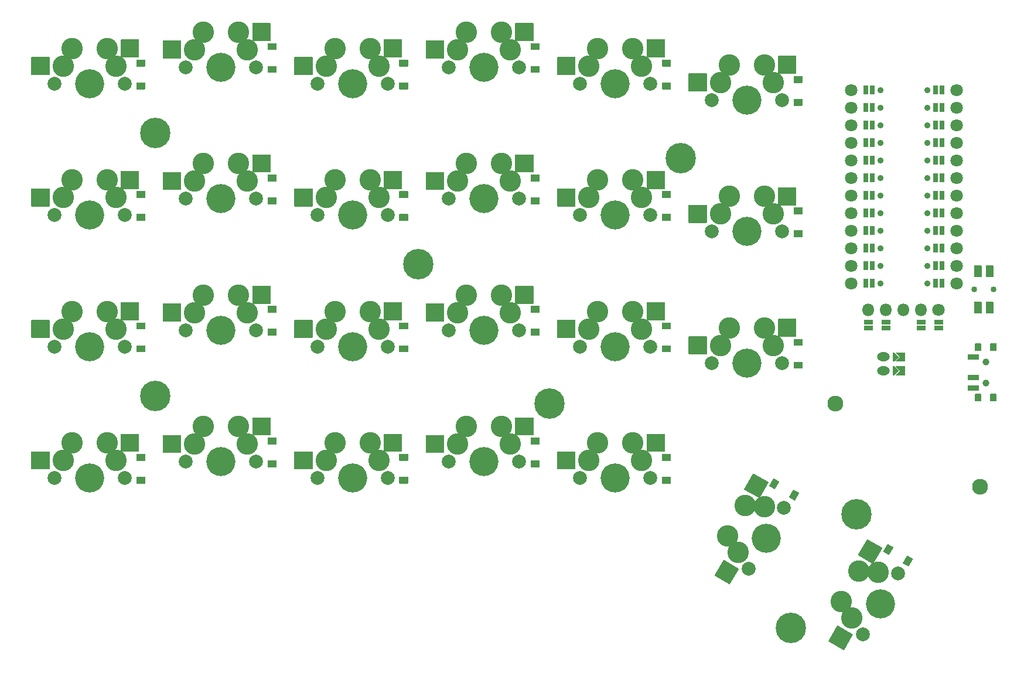
<source format=gbs>
G04 #@! TF.GenerationSoftware,KiCad,Pcbnew,8.0.8+1*
G04 #@! TF.CreationDate,2025-06-17T15:50:16+00:00*
G04 #@! TF.ProjectId,eggada50_wireless_autorouted,65676761-6461-4353-905f-776972656c65,0.2*
G04 #@! TF.SameCoordinates,Original*
G04 #@! TF.FileFunction,Soldermask,Bot*
G04 #@! TF.FilePolarity,Negative*
%FSLAX46Y46*%
G04 Gerber Fmt 4.6, Leading zero omitted, Abs format (unit mm)*
G04 Created by KiCad (PCBNEW 8.0.8+1) date 2025-06-17 15:50:16*
%MOMM*%
%LPD*%
G01*
G04 APERTURE LIST*
%ADD10C,2.000000*%
%ADD11C,3.100000*%
%ADD12C,4.200000*%
%ADD13O,1.800000X1.800000*%
%ADD14C,1.800000*%
%ADD15C,4.400000*%
%ADD16C,1.000000*%
%ADD17C,0.900000*%
%ADD18O,1.850000X1.300000*%
%ADD19C,2.300000*%
%ADD20C,0.850000*%
G04 APERTURE END LIST*
D10*
X113920000Y-78625000D03*
D11*
X116460000Y-73545000D03*
D12*
X119000000Y-78625000D03*
D11*
X122810000Y-76085000D03*
D10*
X124080000Y-78625000D03*
X211764500Y-122639409D03*
D11*
X208635091Y-117899705D03*
D12*
X214304500Y-118240000D03*
D11*
X214009795Y-113670443D03*
D10*
X216844500Y-113840591D03*
D13*
X212567000Y-75700000D03*
X215107000Y-75700000D03*
X217647000Y-75700000D03*
X220187000Y-75700000D03*
D14*
X222727000Y-75700000D03*
G36*
G01*
X222127000Y-78000000D02*
X223327000Y-78000000D01*
G75*
G02*
X223377000Y-78050000I0J-50000D01*
G01*
X223377000Y-78650000D01*
G75*
G02*
X223327000Y-78700000I-50000J0D01*
G01*
X222127000Y-78700000D01*
G75*
G02*
X222077000Y-78650000I0J50000D01*
G01*
X222077000Y-78050000D01*
G75*
G02*
X222127000Y-78000000I50000J0D01*
G01*
G37*
G36*
G01*
X219587000Y-78000000D02*
X220787000Y-78000000D01*
G75*
G02*
X220837000Y-78050000I0J-50000D01*
G01*
X220837000Y-78650000D01*
G75*
G02*
X220787000Y-78700000I-50000J0D01*
G01*
X219587000Y-78700000D01*
G75*
G02*
X219537000Y-78650000I0J50000D01*
G01*
X219537000Y-78050000D01*
G75*
G02*
X219587000Y-78000000I50000J0D01*
G01*
G37*
G36*
G01*
X214507000Y-78000000D02*
X215707000Y-78000000D01*
G75*
G02*
X215757000Y-78050000I0J-50000D01*
G01*
X215757000Y-78650000D01*
G75*
G02*
X215707000Y-78700000I-50000J0D01*
G01*
X214507000Y-78700000D01*
G75*
G02*
X214457000Y-78650000I0J50000D01*
G01*
X214457000Y-78050000D01*
G75*
G02*
X214507000Y-78000000I50000J0D01*
G01*
G37*
G36*
G01*
X211967000Y-78000000D02*
X213167000Y-78000000D01*
G75*
G02*
X213217000Y-78050000I0J-50000D01*
G01*
X213217000Y-78650000D01*
G75*
G02*
X213167000Y-78700000I-50000J0D01*
G01*
X211967000Y-78700000D01*
G75*
G02*
X211917000Y-78650000I0J50000D01*
G01*
X211917000Y-78050000D01*
G75*
G02*
X211967000Y-78000000I50000J0D01*
G01*
G37*
G36*
G01*
X222127000Y-77100000D02*
X223327000Y-77100000D01*
G75*
G02*
X223377000Y-77150000I0J-50000D01*
G01*
X223377000Y-77750000D01*
G75*
G02*
X223327000Y-77800000I-50000J0D01*
G01*
X222127000Y-77800000D01*
G75*
G02*
X222077000Y-77750000I0J50000D01*
G01*
X222077000Y-77150000D01*
G75*
G02*
X222127000Y-77100000I50000J0D01*
G01*
G37*
G36*
G01*
X219587000Y-77100000D02*
X220787000Y-77100000D01*
G75*
G02*
X220837000Y-77150000I0J-50000D01*
G01*
X220837000Y-77750000D01*
G75*
G02*
X220787000Y-77800000I-50000J0D01*
G01*
X219587000Y-77800000D01*
G75*
G02*
X219537000Y-77750000I0J50000D01*
G01*
X219537000Y-77150000D01*
G75*
G02*
X219587000Y-77100000I50000J0D01*
G01*
G37*
G36*
G01*
X214507000Y-77100000D02*
X215707000Y-77100000D01*
G75*
G02*
X215757000Y-77150000I0J-50000D01*
G01*
X215757000Y-77750000D01*
G75*
G02*
X215707000Y-77800000I-50000J0D01*
G01*
X214507000Y-77800000D01*
G75*
G02*
X214457000Y-77750000I0J50000D01*
G01*
X214457000Y-77150000D01*
G75*
G02*
X214507000Y-77100000I50000J0D01*
G01*
G37*
G36*
G01*
X211967000Y-77100000D02*
X213167000Y-77100000D01*
G75*
G02*
X213217000Y-77150000I0J-50000D01*
G01*
X213217000Y-77750000D01*
G75*
G02*
X213167000Y-77800000I-50000J0D01*
G01*
X211967000Y-77800000D01*
G75*
G02*
X211917000Y-77750000I0J50000D01*
G01*
X211917000Y-77150000D01*
G75*
G02*
X211967000Y-77100000I50000J0D01*
G01*
G37*
D15*
X166468000Y-89261000D03*
G36*
G01*
X228015000Y-80550000D02*
X228815000Y-80550000D01*
G75*
G02*
X228865000Y-80600000I0J-50000D01*
G01*
X228865000Y-81600000D01*
G75*
G02*
X228815000Y-81650000I-50000J0D01*
G01*
X228015000Y-81650000D01*
G75*
G02*
X227965000Y-81600000I0J50000D01*
G01*
X227965000Y-80600000D01*
G75*
G02*
X228015000Y-80550000I50000J0D01*
G01*
G37*
G36*
G01*
X228015000Y-87850000D02*
X228815000Y-87850000D01*
G75*
G02*
X228865000Y-87900000I0J-50000D01*
G01*
X228865000Y-88900000D01*
G75*
G02*
X228815000Y-88950000I-50000J0D01*
G01*
X228015000Y-88950000D01*
G75*
G02*
X227965000Y-88900000I0J50000D01*
G01*
X227965000Y-87900000D01*
G75*
G02*
X228015000Y-87850000I50000J0D01*
G01*
G37*
D16*
X229525000Y-83250000D03*
X229525000Y-86250000D03*
G36*
G01*
X230225000Y-80550000D02*
X231025000Y-80550000D01*
G75*
G02*
X231075000Y-80600000I0J-50000D01*
G01*
X231075000Y-81600000D01*
G75*
G02*
X231025000Y-81650000I-50000J0D01*
G01*
X230225000Y-81650000D01*
G75*
G02*
X230175000Y-81600000I0J50000D01*
G01*
X230175000Y-80600000D01*
G75*
G02*
X230225000Y-80550000I50000J0D01*
G01*
G37*
G36*
G01*
X230225000Y-87850000D02*
X231025000Y-87850000D01*
G75*
G02*
X231075000Y-87900000I0J-50000D01*
G01*
X231075000Y-88900000D01*
G75*
G02*
X231025000Y-88950000I-50000J0D01*
G01*
X230225000Y-88950000D01*
G75*
G02*
X230175000Y-88900000I0J50000D01*
G01*
X230175000Y-87900000D01*
G75*
G02*
X230225000Y-87850000I50000J0D01*
G01*
G37*
G36*
G01*
X227015000Y-82100000D02*
X228515000Y-82100000D01*
G75*
G02*
X228565000Y-82150000I0J-50000D01*
G01*
X228565000Y-82850000D01*
G75*
G02*
X228515000Y-82900000I-50000J0D01*
G01*
X227015000Y-82900000D01*
G75*
G02*
X226965000Y-82850000I0J50000D01*
G01*
X226965000Y-82150000D01*
G75*
G02*
X227015000Y-82100000I50000J0D01*
G01*
G37*
G36*
G01*
X227015000Y-85100000D02*
X228515000Y-85100000D01*
G75*
G02*
X228565000Y-85150000I0J-50000D01*
G01*
X228565000Y-85850000D01*
G75*
G02*
X228515000Y-85900000I-50000J0D01*
G01*
X227015000Y-85900000D01*
G75*
G02*
X226965000Y-85850000I0J50000D01*
G01*
X226965000Y-85150000D01*
G75*
G02*
X227015000Y-85100000I50000J0D01*
G01*
G37*
G36*
G01*
X227015000Y-86600000D02*
X228515000Y-86600000D01*
G75*
G02*
X228565000Y-86650000I0J-50000D01*
G01*
X228565000Y-87350000D01*
G75*
G02*
X228515000Y-87400000I-50000J0D01*
G01*
X227015000Y-87400000D01*
G75*
G02*
X226965000Y-87350000I0J50000D01*
G01*
X226965000Y-86650000D01*
G75*
G02*
X227015000Y-86600000I50000J0D01*
G01*
G37*
D10*
X113920000Y-40625000D03*
D11*
X116460000Y-35545000D03*
D12*
X119000000Y-40625000D03*
D11*
X122810000Y-38085000D03*
D10*
X124080000Y-40625000D03*
X94920000Y-100000000D03*
D11*
X97460000Y-94920000D03*
D12*
X100000000Y-100000000D03*
D11*
X103810000Y-97460000D03*
D10*
X105080000Y-100000000D03*
X170920000Y-81000000D03*
D11*
X173460000Y-75920000D03*
D12*
X176000000Y-81000000D03*
D11*
X179810000Y-78460000D03*
D10*
X181080000Y-81000000D03*
G36*
G01*
X222834000Y-44520000D02*
X222834000Y-43320000D01*
G75*
G02*
X222884000Y-43270000I50000J0D01*
G01*
X223484000Y-43270000D01*
G75*
G02*
X223534000Y-43320000I0J-50000D01*
G01*
X223534000Y-44520000D01*
G75*
G02*
X223484000Y-44570000I-50000J0D01*
G01*
X222884000Y-44570000D01*
G75*
G02*
X222834000Y-44520000I0J50000D01*
G01*
G37*
D14*
X225324000Y-43920000D03*
G36*
G01*
X222834000Y-47060000D02*
X222834000Y-45860000D01*
G75*
G02*
X222884000Y-45810000I50000J0D01*
G01*
X223484000Y-45810000D01*
G75*
G02*
X223534000Y-45860000I0J-50000D01*
G01*
X223534000Y-47060000D01*
G75*
G02*
X223484000Y-47110000I-50000J0D01*
G01*
X222884000Y-47110000D01*
G75*
G02*
X222834000Y-47060000I0J50000D01*
G01*
G37*
X225324000Y-46460000D03*
G36*
G01*
X222834000Y-49600000D02*
X222834000Y-48400000D01*
G75*
G02*
X222884000Y-48350000I50000J0D01*
G01*
X223484000Y-48350000D01*
G75*
G02*
X223534000Y-48400000I0J-50000D01*
G01*
X223534000Y-49600000D01*
G75*
G02*
X223484000Y-49650000I-50000J0D01*
G01*
X222884000Y-49650000D01*
G75*
G02*
X222834000Y-49600000I0J50000D01*
G01*
G37*
X225324000Y-49000000D03*
G36*
G01*
X222834000Y-52140000D02*
X222834000Y-50940000D01*
G75*
G02*
X222884000Y-50890000I50000J0D01*
G01*
X223484000Y-50890000D01*
G75*
G02*
X223534000Y-50940000I0J-50000D01*
G01*
X223534000Y-52140000D01*
G75*
G02*
X223484000Y-52190000I-50000J0D01*
G01*
X222884000Y-52190000D01*
G75*
G02*
X222834000Y-52140000I0J50000D01*
G01*
G37*
X225324000Y-51540000D03*
G36*
G01*
X222834000Y-54680000D02*
X222834000Y-53480000D01*
G75*
G02*
X222884000Y-53430000I50000J0D01*
G01*
X223484000Y-53430000D01*
G75*
G02*
X223534000Y-53480000I0J-50000D01*
G01*
X223534000Y-54680000D01*
G75*
G02*
X223484000Y-54730000I-50000J0D01*
G01*
X222884000Y-54730000D01*
G75*
G02*
X222834000Y-54680000I0J50000D01*
G01*
G37*
X225324000Y-54080000D03*
G36*
G01*
X222834000Y-57220000D02*
X222834000Y-56020000D01*
G75*
G02*
X222884000Y-55970000I50000J0D01*
G01*
X223484000Y-55970000D01*
G75*
G02*
X223534000Y-56020000I0J-50000D01*
G01*
X223534000Y-57220000D01*
G75*
G02*
X223484000Y-57270000I-50000J0D01*
G01*
X222884000Y-57270000D01*
G75*
G02*
X222834000Y-57220000I0J50000D01*
G01*
G37*
X225324000Y-56620000D03*
G36*
G01*
X222834000Y-59760000D02*
X222834000Y-58560000D01*
G75*
G02*
X222884000Y-58510000I50000J0D01*
G01*
X223484000Y-58510000D01*
G75*
G02*
X223534000Y-58560000I0J-50000D01*
G01*
X223534000Y-59760000D01*
G75*
G02*
X223484000Y-59810000I-50000J0D01*
G01*
X222884000Y-59810000D01*
G75*
G02*
X222834000Y-59760000I0J50000D01*
G01*
G37*
X225324000Y-59160000D03*
G36*
G01*
X222834000Y-62300000D02*
X222834000Y-61100000D01*
G75*
G02*
X222884000Y-61050000I50000J0D01*
G01*
X223484000Y-61050000D01*
G75*
G02*
X223534000Y-61100000I0J-50000D01*
G01*
X223534000Y-62300000D01*
G75*
G02*
X223484000Y-62350000I-50000J0D01*
G01*
X222884000Y-62350000D01*
G75*
G02*
X222834000Y-62300000I0J50000D01*
G01*
G37*
X225324000Y-61700000D03*
G36*
G01*
X222834000Y-64840000D02*
X222834000Y-63640000D01*
G75*
G02*
X222884000Y-63590000I50000J0D01*
G01*
X223484000Y-63590000D01*
G75*
G02*
X223534000Y-63640000I0J-50000D01*
G01*
X223534000Y-64840000D01*
G75*
G02*
X223484000Y-64890000I-50000J0D01*
G01*
X222884000Y-64890000D01*
G75*
G02*
X222834000Y-64840000I0J50000D01*
G01*
G37*
X225324000Y-64240000D03*
G36*
G01*
X222834000Y-67380000D02*
X222834000Y-66180000D01*
G75*
G02*
X222884000Y-66130000I50000J0D01*
G01*
X223484000Y-66130000D01*
G75*
G02*
X223534000Y-66180000I0J-50000D01*
G01*
X223534000Y-67380000D01*
G75*
G02*
X223484000Y-67430000I-50000J0D01*
G01*
X222884000Y-67430000D01*
G75*
G02*
X222834000Y-67380000I0J50000D01*
G01*
G37*
X225324000Y-66780000D03*
G36*
G01*
X222834000Y-69920000D02*
X222834000Y-68720000D01*
G75*
G02*
X222884000Y-68670000I50000J0D01*
G01*
X223484000Y-68670000D01*
G75*
G02*
X223534000Y-68720000I0J-50000D01*
G01*
X223534000Y-69920000D01*
G75*
G02*
X223484000Y-69970000I-50000J0D01*
G01*
X222884000Y-69970000D01*
G75*
G02*
X222834000Y-69920000I0J50000D01*
G01*
G37*
X225324000Y-69320000D03*
G36*
G01*
X222834000Y-72460000D02*
X222834000Y-71260000D01*
G75*
G02*
X222884000Y-71210000I50000J0D01*
G01*
X223484000Y-71210000D01*
G75*
G02*
X223534000Y-71260000I0J-50000D01*
G01*
X223534000Y-72460000D01*
G75*
G02*
X223484000Y-72510000I-50000J0D01*
G01*
X222884000Y-72510000D01*
G75*
G02*
X222834000Y-72460000I0J50000D01*
G01*
G37*
X225324000Y-71860000D03*
X210084000Y-71860000D03*
G36*
G01*
X211874000Y-72460000D02*
X211874000Y-71260000D01*
G75*
G02*
X211924000Y-71210000I50000J0D01*
G01*
X212524000Y-71210000D01*
G75*
G02*
X212574000Y-71260000I0J-50000D01*
G01*
X212574000Y-72460000D01*
G75*
G02*
X212524000Y-72510000I-50000J0D01*
G01*
X211924000Y-72510000D01*
G75*
G02*
X211874000Y-72460000I0J50000D01*
G01*
G37*
X210084000Y-69320000D03*
G36*
G01*
X211874000Y-69920000D02*
X211874000Y-68720000D01*
G75*
G02*
X211924000Y-68670000I50000J0D01*
G01*
X212524000Y-68670000D01*
G75*
G02*
X212574000Y-68720000I0J-50000D01*
G01*
X212574000Y-69920000D01*
G75*
G02*
X212524000Y-69970000I-50000J0D01*
G01*
X211924000Y-69970000D01*
G75*
G02*
X211874000Y-69920000I0J50000D01*
G01*
G37*
X210084000Y-66780000D03*
G36*
G01*
X211874000Y-67380000D02*
X211874000Y-66180000D01*
G75*
G02*
X211924000Y-66130000I50000J0D01*
G01*
X212524000Y-66130000D01*
G75*
G02*
X212574000Y-66180000I0J-50000D01*
G01*
X212574000Y-67380000D01*
G75*
G02*
X212524000Y-67430000I-50000J0D01*
G01*
X211924000Y-67430000D01*
G75*
G02*
X211874000Y-67380000I0J50000D01*
G01*
G37*
X210084000Y-64240000D03*
G36*
G01*
X211874000Y-64840000D02*
X211874000Y-63640000D01*
G75*
G02*
X211924000Y-63590000I50000J0D01*
G01*
X212524000Y-63590000D01*
G75*
G02*
X212574000Y-63640000I0J-50000D01*
G01*
X212574000Y-64840000D01*
G75*
G02*
X212524000Y-64890000I-50000J0D01*
G01*
X211924000Y-64890000D01*
G75*
G02*
X211874000Y-64840000I0J50000D01*
G01*
G37*
X210084000Y-61700000D03*
G36*
G01*
X211874000Y-62300000D02*
X211874000Y-61100000D01*
G75*
G02*
X211924000Y-61050000I50000J0D01*
G01*
X212524000Y-61050000D01*
G75*
G02*
X212574000Y-61100000I0J-50000D01*
G01*
X212574000Y-62300000D01*
G75*
G02*
X212524000Y-62350000I-50000J0D01*
G01*
X211924000Y-62350000D01*
G75*
G02*
X211874000Y-62300000I0J50000D01*
G01*
G37*
X210084000Y-59160000D03*
G36*
G01*
X211874000Y-59760000D02*
X211874000Y-58560000D01*
G75*
G02*
X211924000Y-58510000I50000J0D01*
G01*
X212524000Y-58510000D01*
G75*
G02*
X212574000Y-58560000I0J-50000D01*
G01*
X212574000Y-59760000D01*
G75*
G02*
X212524000Y-59810000I-50000J0D01*
G01*
X211924000Y-59810000D01*
G75*
G02*
X211874000Y-59760000I0J50000D01*
G01*
G37*
X210084000Y-56620000D03*
G36*
G01*
X211874000Y-57220000D02*
X211874000Y-56020000D01*
G75*
G02*
X211924000Y-55970000I50000J0D01*
G01*
X212524000Y-55970000D01*
G75*
G02*
X212574000Y-56020000I0J-50000D01*
G01*
X212574000Y-57220000D01*
G75*
G02*
X212524000Y-57270000I-50000J0D01*
G01*
X211924000Y-57270000D01*
G75*
G02*
X211874000Y-57220000I0J50000D01*
G01*
G37*
X210084000Y-54080000D03*
G36*
G01*
X211874000Y-54680000D02*
X211874000Y-53480000D01*
G75*
G02*
X211924000Y-53430000I50000J0D01*
G01*
X212524000Y-53430000D01*
G75*
G02*
X212574000Y-53480000I0J-50000D01*
G01*
X212574000Y-54680000D01*
G75*
G02*
X212524000Y-54730000I-50000J0D01*
G01*
X211924000Y-54730000D01*
G75*
G02*
X211874000Y-54680000I0J50000D01*
G01*
G37*
X210084000Y-51540000D03*
G36*
G01*
X211874000Y-52140000D02*
X211874000Y-50940000D01*
G75*
G02*
X211924000Y-50890000I50000J0D01*
G01*
X212524000Y-50890000D01*
G75*
G02*
X212574000Y-50940000I0J-50000D01*
G01*
X212574000Y-52140000D01*
G75*
G02*
X212524000Y-52190000I-50000J0D01*
G01*
X211924000Y-52190000D01*
G75*
G02*
X211874000Y-52140000I0J50000D01*
G01*
G37*
X210084000Y-49000000D03*
G36*
G01*
X211874000Y-49600000D02*
X211874000Y-48400000D01*
G75*
G02*
X211924000Y-48350000I50000J0D01*
G01*
X212524000Y-48350000D01*
G75*
G02*
X212574000Y-48400000I0J-50000D01*
G01*
X212574000Y-49600000D01*
G75*
G02*
X212524000Y-49650000I-50000J0D01*
G01*
X211924000Y-49650000D01*
G75*
G02*
X211874000Y-49600000I0J50000D01*
G01*
G37*
X210084000Y-46460000D03*
G36*
G01*
X211874000Y-47060000D02*
X211874000Y-45860000D01*
G75*
G02*
X211924000Y-45810000I50000J0D01*
G01*
X212524000Y-45810000D01*
G75*
G02*
X212574000Y-45860000I0J-50000D01*
G01*
X212574000Y-47060000D01*
G75*
G02*
X212524000Y-47110000I-50000J0D01*
G01*
X211924000Y-47110000D01*
G75*
G02*
X211874000Y-47060000I0J50000D01*
G01*
G37*
X210084000Y-43920000D03*
G36*
G01*
X211874000Y-44520000D02*
X211874000Y-43320000D01*
G75*
G02*
X211924000Y-43270000I50000J0D01*
G01*
X212524000Y-43270000D01*
G75*
G02*
X212574000Y-43320000I0J-50000D01*
G01*
X212574000Y-44520000D01*
G75*
G02*
X212524000Y-44570000I-50000J0D01*
G01*
X211924000Y-44570000D01*
G75*
G02*
X211874000Y-44520000I0J50000D01*
G01*
G37*
G36*
G01*
X212774000Y-44520000D02*
X212774000Y-43320000D01*
G75*
G02*
X212824000Y-43270000I50000J0D01*
G01*
X213424000Y-43270000D01*
G75*
G02*
X213474000Y-43320000I0J-50000D01*
G01*
X213474000Y-44520000D01*
G75*
G02*
X213424000Y-44570000I-50000J0D01*
G01*
X212824000Y-44570000D01*
G75*
G02*
X212774000Y-44520000I0J50000D01*
G01*
G37*
D17*
X221104000Y-43920000D03*
G36*
G01*
X212774000Y-47060000D02*
X212774000Y-45860000D01*
G75*
G02*
X212824000Y-45810000I50000J0D01*
G01*
X213424000Y-45810000D01*
G75*
G02*
X213474000Y-45860000I0J-50000D01*
G01*
X213474000Y-47060000D01*
G75*
G02*
X213424000Y-47110000I-50000J0D01*
G01*
X212824000Y-47110000D01*
G75*
G02*
X212774000Y-47060000I0J50000D01*
G01*
G37*
X221104000Y-46460000D03*
G36*
G01*
X212774000Y-49600000D02*
X212774000Y-48400000D01*
G75*
G02*
X212824000Y-48350000I50000J0D01*
G01*
X213424000Y-48350000D01*
G75*
G02*
X213474000Y-48400000I0J-50000D01*
G01*
X213474000Y-49600000D01*
G75*
G02*
X213424000Y-49650000I-50000J0D01*
G01*
X212824000Y-49650000D01*
G75*
G02*
X212774000Y-49600000I0J50000D01*
G01*
G37*
X221104000Y-49000000D03*
G36*
G01*
X212774000Y-52140000D02*
X212774000Y-50940000D01*
G75*
G02*
X212824000Y-50890000I50000J0D01*
G01*
X213424000Y-50890000D01*
G75*
G02*
X213474000Y-50940000I0J-50000D01*
G01*
X213474000Y-52140000D01*
G75*
G02*
X213424000Y-52190000I-50000J0D01*
G01*
X212824000Y-52190000D01*
G75*
G02*
X212774000Y-52140000I0J50000D01*
G01*
G37*
X221104000Y-51540000D03*
G36*
G01*
X212774000Y-54680000D02*
X212774000Y-53480000D01*
G75*
G02*
X212824000Y-53430000I50000J0D01*
G01*
X213424000Y-53430000D01*
G75*
G02*
X213474000Y-53480000I0J-50000D01*
G01*
X213474000Y-54680000D01*
G75*
G02*
X213424000Y-54730000I-50000J0D01*
G01*
X212824000Y-54730000D01*
G75*
G02*
X212774000Y-54680000I0J50000D01*
G01*
G37*
X221104000Y-54080000D03*
G36*
G01*
X212774000Y-57220000D02*
X212774000Y-56020000D01*
G75*
G02*
X212824000Y-55970000I50000J0D01*
G01*
X213424000Y-55970000D01*
G75*
G02*
X213474000Y-56020000I0J-50000D01*
G01*
X213474000Y-57220000D01*
G75*
G02*
X213424000Y-57270000I-50000J0D01*
G01*
X212824000Y-57270000D01*
G75*
G02*
X212774000Y-57220000I0J50000D01*
G01*
G37*
X221104000Y-56620000D03*
G36*
G01*
X212774000Y-59760000D02*
X212774000Y-58560000D01*
G75*
G02*
X212824000Y-58510000I50000J0D01*
G01*
X213424000Y-58510000D01*
G75*
G02*
X213474000Y-58560000I0J-50000D01*
G01*
X213474000Y-59760000D01*
G75*
G02*
X213424000Y-59810000I-50000J0D01*
G01*
X212824000Y-59810000D01*
G75*
G02*
X212774000Y-59760000I0J50000D01*
G01*
G37*
X221104000Y-59160000D03*
G36*
G01*
X212774000Y-62300000D02*
X212774000Y-61100000D01*
G75*
G02*
X212824000Y-61050000I50000J0D01*
G01*
X213424000Y-61050000D01*
G75*
G02*
X213474000Y-61100000I0J-50000D01*
G01*
X213474000Y-62300000D01*
G75*
G02*
X213424000Y-62350000I-50000J0D01*
G01*
X212824000Y-62350000D01*
G75*
G02*
X212774000Y-62300000I0J50000D01*
G01*
G37*
X221104000Y-61700000D03*
G36*
G01*
X212774000Y-64840000D02*
X212774000Y-63640000D01*
G75*
G02*
X212824000Y-63590000I50000J0D01*
G01*
X213424000Y-63590000D01*
G75*
G02*
X213474000Y-63640000I0J-50000D01*
G01*
X213474000Y-64840000D01*
G75*
G02*
X213424000Y-64890000I-50000J0D01*
G01*
X212824000Y-64890000D01*
G75*
G02*
X212774000Y-64840000I0J50000D01*
G01*
G37*
X221104000Y-64240000D03*
G36*
G01*
X212774000Y-67380000D02*
X212774000Y-66180000D01*
G75*
G02*
X212824000Y-66130000I50000J0D01*
G01*
X213424000Y-66130000D01*
G75*
G02*
X213474000Y-66180000I0J-50000D01*
G01*
X213474000Y-67380000D01*
G75*
G02*
X213424000Y-67430000I-50000J0D01*
G01*
X212824000Y-67430000D01*
G75*
G02*
X212774000Y-67380000I0J50000D01*
G01*
G37*
X221104000Y-66780000D03*
G36*
G01*
X212774000Y-69920000D02*
X212774000Y-68720000D01*
G75*
G02*
X212824000Y-68670000I50000J0D01*
G01*
X213424000Y-68670000D01*
G75*
G02*
X213474000Y-68720000I0J-50000D01*
G01*
X213474000Y-69920000D01*
G75*
G02*
X213424000Y-69970000I-50000J0D01*
G01*
X212824000Y-69970000D01*
G75*
G02*
X212774000Y-69920000I0J50000D01*
G01*
G37*
X221104000Y-69320000D03*
G36*
G01*
X212774000Y-72460000D02*
X212774000Y-71260000D01*
G75*
G02*
X212824000Y-71210000I50000J0D01*
G01*
X213424000Y-71210000D01*
G75*
G02*
X213474000Y-71260000I0J-50000D01*
G01*
X213474000Y-72460000D01*
G75*
G02*
X213424000Y-72510000I-50000J0D01*
G01*
X212824000Y-72510000D01*
G75*
G02*
X212774000Y-72460000I0J50000D01*
G01*
G37*
X221104000Y-71860000D03*
X214304000Y-71860000D03*
G36*
G01*
X221934000Y-72460000D02*
X221934000Y-71260000D01*
G75*
G02*
X221984000Y-71210000I50000J0D01*
G01*
X222584000Y-71210000D01*
G75*
G02*
X222634000Y-71260000I0J-50000D01*
G01*
X222634000Y-72460000D01*
G75*
G02*
X222584000Y-72510000I-50000J0D01*
G01*
X221984000Y-72510000D01*
G75*
G02*
X221934000Y-72460000I0J50000D01*
G01*
G37*
X214304000Y-69320000D03*
G36*
G01*
X221934000Y-69920000D02*
X221934000Y-68720000D01*
G75*
G02*
X221984000Y-68670000I50000J0D01*
G01*
X222584000Y-68670000D01*
G75*
G02*
X222634000Y-68720000I0J-50000D01*
G01*
X222634000Y-69920000D01*
G75*
G02*
X222584000Y-69970000I-50000J0D01*
G01*
X221984000Y-69970000D01*
G75*
G02*
X221934000Y-69920000I0J50000D01*
G01*
G37*
X214304000Y-66780000D03*
G36*
G01*
X221934000Y-67380000D02*
X221934000Y-66180000D01*
G75*
G02*
X221984000Y-66130000I50000J0D01*
G01*
X222584000Y-66130000D01*
G75*
G02*
X222634000Y-66180000I0J-50000D01*
G01*
X222634000Y-67380000D01*
G75*
G02*
X222584000Y-67430000I-50000J0D01*
G01*
X221984000Y-67430000D01*
G75*
G02*
X221934000Y-67380000I0J50000D01*
G01*
G37*
X214304000Y-64240000D03*
G36*
G01*
X221934000Y-64840000D02*
X221934000Y-63640000D01*
G75*
G02*
X221984000Y-63590000I50000J0D01*
G01*
X222584000Y-63590000D01*
G75*
G02*
X222634000Y-63640000I0J-50000D01*
G01*
X222634000Y-64840000D01*
G75*
G02*
X222584000Y-64890000I-50000J0D01*
G01*
X221984000Y-64890000D01*
G75*
G02*
X221934000Y-64840000I0J50000D01*
G01*
G37*
X214304000Y-61700000D03*
G36*
G01*
X221934000Y-62300000D02*
X221934000Y-61100000D01*
G75*
G02*
X221984000Y-61050000I50000J0D01*
G01*
X222584000Y-61050000D01*
G75*
G02*
X222634000Y-61100000I0J-50000D01*
G01*
X222634000Y-62300000D01*
G75*
G02*
X222584000Y-62350000I-50000J0D01*
G01*
X221984000Y-62350000D01*
G75*
G02*
X221934000Y-62300000I0J50000D01*
G01*
G37*
X214304000Y-59160000D03*
G36*
G01*
X221934000Y-59760000D02*
X221934000Y-58560000D01*
G75*
G02*
X221984000Y-58510000I50000J0D01*
G01*
X222584000Y-58510000D01*
G75*
G02*
X222634000Y-58560000I0J-50000D01*
G01*
X222634000Y-59760000D01*
G75*
G02*
X222584000Y-59810000I-50000J0D01*
G01*
X221984000Y-59810000D01*
G75*
G02*
X221934000Y-59760000I0J50000D01*
G01*
G37*
X214304000Y-56620000D03*
G36*
G01*
X221934000Y-57220000D02*
X221934000Y-56020000D01*
G75*
G02*
X221984000Y-55970000I50000J0D01*
G01*
X222584000Y-55970000D01*
G75*
G02*
X222634000Y-56020000I0J-50000D01*
G01*
X222634000Y-57220000D01*
G75*
G02*
X222584000Y-57270000I-50000J0D01*
G01*
X221984000Y-57270000D01*
G75*
G02*
X221934000Y-57220000I0J50000D01*
G01*
G37*
X214304000Y-54080000D03*
G36*
G01*
X221934000Y-54680000D02*
X221934000Y-53480000D01*
G75*
G02*
X221984000Y-53430000I50000J0D01*
G01*
X222584000Y-53430000D01*
G75*
G02*
X222634000Y-53480000I0J-50000D01*
G01*
X222634000Y-54680000D01*
G75*
G02*
X222584000Y-54730000I-50000J0D01*
G01*
X221984000Y-54730000D01*
G75*
G02*
X221934000Y-54680000I0J50000D01*
G01*
G37*
X214304000Y-51540000D03*
G36*
G01*
X221934000Y-52140000D02*
X221934000Y-50940000D01*
G75*
G02*
X221984000Y-50890000I50000J0D01*
G01*
X222584000Y-50890000D01*
G75*
G02*
X222634000Y-50940000I0J-50000D01*
G01*
X222634000Y-52140000D01*
G75*
G02*
X222584000Y-52190000I-50000J0D01*
G01*
X221984000Y-52190000D01*
G75*
G02*
X221934000Y-52140000I0J50000D01*
G01*
G37*
X214304000Y-49000000D03*
G36*
G01*
X221934000Y-49600000D02*
X221934000Y-48400000D01*
G75*
G02*
X221984000Y-48350000I50000J0D01*
G01*
X222584000Y-48350000D01*
G75*
G02*
X222634000Y-48400000I0J-50000D01*
G01*
X222634000Y-49600000D01*
G75*
G02*
X222584000Y-49650000I-50000J0D01*
G01*
X221984000Y-49650000D01*
G75*
G02*
X221934000Y-49600000I0J50000D01*
G01*
G37*
X214304000Y-46460000D03*
G36*
G01*
X221934000Y-47060000D02*
X221934000Y-45860000D01*
G75*
G02*
X221984000Y-45810000I50000J0D01*
G01*
X222584000Y-45810000D01*
G75*
G02*
X222634000Y-45860000I0J-50000D01*
G01*
X222634000Y-47060000D01*
G75*
G02*
X222584000Y-47110000I-50000J0D01*
G01*
X221984000Y-47110000D01*
G75*
G02*
X221934000Y-47060000I0J50000D01*
G01*
G37*
X214304000Y-43920000D03*
G36*
G01*
X221934000Y-44520000D02*
X221934000Y-43320000D01*
G75*
G02*
X221984000Y-43270000I50000J0D01*
G01*
X222584000Y-43270000D01*
G75*
G02*
X222634000Y-43320000I0J-50000D01*
G01*
X222634000Y-44520000D01*
G75*
G02*
X222584000Y-44570000I-50000J0D01*
G01*
X221984000Y-44570000D01*
G75*
G02*
X221934000Y-44520000I0J50000D01*
G01*
G37*
D10*
X151920000Y-97625000D03*
D11*
X154460000Y-92545000D03*
D12*
X157000000Y-97625000D03*
D11*
X160810000Y-95085000D03*
D10*
X162080000Y-97625000D03*
X94920000Y-43000000D03*
D11*
X97460000Y-37920000D03*
D12*
X100000000Y-43000000D03*
D11*
X103810000Y-40460000D03*
D10*
X105080000Y-43000000D03*
X189920000Y-83375000D03*
D11*
X192460000Y-78295000D03*
D12*
X195000000Y-83375000D03*
D11*
X198810000Y-80835000D03*
D10*
X200080000Y-83375000D03*
X132920000Y-100000000D03*
D11*
X135460000Y-94920000D03*
D12*
X138000000Y-100000000D03*
D11*
X141810000Y-97460000D03*
D10*
X143080000Y-100000000D03*
G36*
X217851355Y-83135355D02*
G01*
X217816000Y-83150000D01*
X216566000Y-83150000D01*
X216530645Y-83135355D01*
X216516000Y-83100000D01*
X216530645Y-83064645D01*
X217095290Y-82500000D01*
X216530645Y-81935355D01*
X216516000Y-81900000D01*
X216530645Y-81864645D01*
X216566000Y-81850000D01*
X217816000Y-81850000D01*
X217851355Y-81864645D01*
X217866000Y-81900000D01*
X217866000Y-83100000D01*
X217851355Y-83135355D01*
G37*
G36*
X217851355Y-85135355D02*
G01*
X217816000Y-85150000D01*
X216566000Y-85150000D01*
X216530645Y-85135355D01*
X216516000Y-85100000D01*
X216530645Y-85064645D01*
X217095290Y-84500000D01*
X216530645Y-83935355D01*
X216516000Y-83900000D01*
X216530645Y-83864645D01*
X216566000Y-83850000D01*
X217816000Y-83850000D01*
X217851355Y-83864645D01*
X217866000Y-83900000D01*
X217866000Y-85100000D01*
X217851355Y-85135355D01*
G37*
D18*
X214750000Y-84500000D03*
X214750000Y-82500000D03*
G36*
X216985355Y-84535355D02*
G01*
X216385355Y-85135355D01*
X216350000Y-85150000D01*
X216150000Y-85150000D01*
X216114645Y-85135355D01*
X216100000Y-85100000D01*
X216100000Y-83900000D01*
X216114645Y-83864645D01*
X216150000Y-83850000D01*
X216350000Y-83850000D01*
X216385355Y-83864645D01*
X216985355Y-84464645D01*
X217000000Y-84500000D01*
X216985355Y-84535355D01*
G37*
G36*
X216985355Y-82535355D02*
G01*
X216385355Y-83135355D01*
X216350000Y-83150000D01*
X216150000Y-83150000D01*
X216114645Y-83135355D01*
X216100000Y-83100000D01*
X216100000Y-81900000D01*
X216114645Y-81864645D01*
X216150000Y-81850000D01*
X216350000Y-81850000D01*
X216385355Y-81864645D01*
X216985355Y-82464645D01*
X217000000Y-82500000D01*
X216985355Y-82535355D01*
G37*
D10*
X151920000Y-59625000D03*
D11*
X154460000Y-54545000D03*
D12*
X157000000Y-59625000D03*
D11*
X160810000Y-57085000D03*
D10*
X162080000Y-59625000D03*
X189920000Y-45375000D03*
D11*
X192460000Y-40295000D03*
D12*
X195000000Y-45375000D03*
D11*
X198810000Y-42835000D03*
D10*
X200080000Y-45375000D03*
X151920000Y-78625000D03*
D11*
X154460000Y-73545000D03*
D12*
X157000000Y-78625000D03*
D11*
X160810000Y-76085000D03*
D10*
X162080000Y-78625000D03*
D19*
X207762000Y-89226000D03*
D10*
X170920000Y-62000000D03*
D11*
X173460000Y-56920000D03*
D12*
X176000000Y-62000000D03*
D11*
X179810000Y-59460000D03*
D10*
X181080000Y-62000000D03*
D19*
X228694000Y-101245000D03*
D10*
X189920000Y-64375000D03*
D11*
X192460000Y-59295000D03*
D12*
X195000000Y-64375000D03*
D11*
X198810000Y-61835000D03*
D10*
X200080000Y-64375000D03*
X132920000Y-81000000D03*
D11*
X135460000Y-75920000D03*
D12*
X138000000Y-81000000D03*
D11*
X141810000Y-78460000D03*
D10*
X143080000Y-81000000D03*
D15*
X109500000Y-50125000D03*
D10*
X113920000Y-59625000D03*
D11*
X116460000Y-54545000D03*
D12*
X119000000Y-59625000D03*
D11*
X122810000Y-57085000D03*
D10*
X124080000Y-59625000D03*
X132920000Y-62000000D03*
D11*
X135460000Y-56920000D03*
D12*
X138000000Y-62000000D03*
D11*
X141810000Y-59460000D03*
D10*
X143080000Y-62000000D03*
X195310000Y-113139409D03*
D11*
X192180591Y-108399705D03*
D12*
X197850000Y-108740000D03*
D11*
X197555295Y-104170443D03*
D10*
X200390000Y-104340591D03*
X94920000Y-62000000D03*
D11*
X97460000Y-56920000D03*
D12*
X100000000Y-62000000D03*
D11*
X103810000Y-59460000D03*
D10*
X105080000Y-62000000D03*
D15*
X185468000Y-53736000D03*
X210827200Y-105262800D03*
X201327200Y-121717200D03*
D20*
X230625000Y-72750000D03*
X227875000Y-72750000D03*
G36*
G01*
X230600000Y-70950000D02*
X229600000Y-70950000D01*
G75*
G02*
X229550000Y-70900000I0J50000D01*
G01*
X229550000Y-69350000D01*
G75*
G02*
X229600000Y-69300000I50000J0D01*
G01*
X230600000Y-69300000D01*
G75*
G02*
X230650000Y-69350000I0J-50000D01*
G01*
X230650000Y-70900000D01*
G75*
G02*
X230600000Y-70950000I-50000J0D01*
G01*
G37*
G36*
G01*
X228900000Y-70950000D02*
X227900000Y-70950000D01*
G75*
G02*
X227850000Y-70900000I0J50000D01*
G01*
X227850000Y-69350000D01*
G75*
G02*
X227900000Y-69300000I50000J0D01*
G01*
X228900000Y-69300000D01*
G75*
G02*
X228950000Y-69350000I0J-50000D01*
G01*
X228950000Y-70900000D01*
G75*
G02*
X228900000Y-70950000I-50000J0D01*
G01*
G37*
G36*
G01*
X230600000Y-76200000D02*
X229600000Y-76200000D01*
G75*
G02*
X229550000Y-76150000I0J50000D01*
G01*
X229550000Y-74600000D01*
G75*
G02*
X229600000Y-74550000I50000J0D01*
G01*
X230600000Y-74550000D01*
G75*
G02*
X230650000Y-74600000I0J-50000D01*
G01*
X230650000Y-76150000D01*
G75*
G02*
X230600000Y-76200000I-50000J0D01*
G01*
G37*
G36*
G01*
X228900000Y-76200000D02*
X227900000Y-76200000D01*
G75*
G02*
X227850000Y-76150000I0J50000D01*
G01*
X227850000Y-74600000D01*
G75*
G02*
X227900000Y-74550000I50000J0D01*
G01*
X228900000Y-74550000D01*
G75*
G02*
X228950000Y-74600000I0J-50000D01*
G01*
X228950000Y-76150000D01*
G75*
G02*
X228900000Y-76200000I-50000J0D01*
G01*
G37*
D10*
X132920000Y-43000000D03*
D11*
X135460000Y-37920000D03*
D12*
X138000000Y-43000000D03*
D11*
X141810000Y-40460000D03*
D10*
X143080000Y-43000000D03*
D15*
X147500000Y-69125000D03*
D10*
X113920000Y-97625000D03*
D11*
X116460000Y-92545000D03*
D12*
X119000000Y-97625000D03*
D11*
X122810000Y-95085000D03*
D10*
X124080000Y-97625000D03*
X170920000Y-100000000D03*
D11*
X173460000Y-94920000D03*
D12*
X176000000Y-100000000D03*
D11*
X179810000Y-97460000D03*
D10*
X181080000Y-100000000D03*
X94920000Y-81000000D03*
D11*
X97460000Y-75920000D03*
D12*
X100000000Y-81000000D03*
D11*
X103810000Y-78460000D03*
D10*
X105080000Y-81000000D03*
X170920000Y-43000000D03*
D11*
X173460000Y-37920000D03*
D12*
X176000000Y-43000000D03*
D11*
X179810000Y-40460000D03*
D10*
X181080000Y-43000000D03*
D15*
X109500000Y-88125000D03*
D10*
X151920000Y-40625000D03*
D11*
X154460000Y-35545000D03*
D12*
X157000000Y-40625000D03*
D11*
X160810000Y-38085000D03*
D10*
X162080000Y-40625000D03*
G36*
G01*
X146000000Y-43825000D02*
X144800000Y-43825000D01*
G75*
G02*
X144750000Y-43775000I0J50000D01*
G01*
X144750000Y-42875000D01*
G75*
G02*
X144800000Y-42825000I50000J0D01*
G01*
X146000000Y-42825000D01*
G75*
G02*
X146050000Y-42875000I0J-50000D01*
G01*
X146050000Y-43775000D01*
G75*
G02*
X146000000Y-43825000I-50000J0D01*
G01*
G37*
G36*
G01*
X146000000Y-40525000D02*
X144800000Y-40525000D01*
G75*
G02*
X144750000Y-40475000I0J50000D01*
G01*
X144750000Y-39575000D01*
G75*
G02*
X144800000Y-39525000I50000J0D01*
G01*
X146000000Y-39525000D01*
G75*
G02*
X146050000Y-39575000I0J-50000D01*
G01*
X146050000Y-40475000D01*
G75*
G02*
X146000000Y-40525000I-50000J0D01*
G01*
G37*
X189920000Y-45375000D03*
D11*
X191190000Y-42835000D03*
D12*
X195000000Y-45375000D03*
D11*
X197540000Y-40295000D03*
D10*
X200080000Y-45375000D03*
G36*
G01*
X186590000Y-44085000D02*
X186590000Y-41585000D01*
G75*
G02*
X186640000Y-41535000I50000J0D01*
G01*
X189190000Y-41535000D01*
G75*
G02*
X189240000Y-41585000I0J-50000D01*
G01*
X189240000Y-44085000D01*
G75*
G02*
X189190000Y-44135000I-50000J0D01*
G01*
X186640000Y-44135000D01*
G75*
G02*
X186590000Y-44085000I0J50000D01*
G01*
G37*
G36*
G01*
X199517000Y-41545000D02*
X199517000Y-39045000D01*
G75*
G02*
X199567000Y-38995000I50000J0D01*
G01*
X202117000Y-38995000D01*
G75*
G02*
X202167000Y-39045000I0J-50000D01*
G01*
X202167000Y-41545000D01*
G75*
G02*
X202117000Y-41595000I-50000J0D01*
G01*
X199567000Y-41595000D01*
G75*
G02*
X199517000Y-41545000I0J50000D01*
G01*
G37*
G36*
G01*
X203000000Y-84200000D02*
X201800000Y-84200000D01*
G75*
G02*
X201750000Y-84150000I0J50000D01*
G01*
X201750000Y-83250000D01*
G75*
G02*
X201800000Y-83200000I50000J0D01*
G01*
X203000000Y-83200000D01*
G75*
G02*
X203050000Y-83250000I0J-50000D01*
G01*
X203050000Y-84150000D01*
G75*
G02*
X203000000Y-84200000I-50000J0D01*
G01*
G37*
G36*
G01*
X203000000Y-80900000D02*
X201800000Y-80900000D01*
G75*
G02*
X201750000Y-80850000I0J50000D01*
G01*
X201750000Y-79950000D01*
G75*
G02*
X201800000Y-79900000I50000J0D01*
G01*
X203000000Y-79900000D01*
G75*
G02*
X203050000Y-79950000I0J-50000D01*
G01*
X203050000Y-80850000D01*
G75*
G02*
X203000000Y-80900000I-50000J0D01*
G01*
G37*
X189920000Y-64375000D03*
D11*
X191190000Y-61835000D03*
D12*
X195000000Y-64375000D03*
D11*
X197540000Y-59295000D03*
D10*
X200080000Y-64375000D03*
G36*
G01*
X186590000Y-63085000D02*
X186590000Y-60585000D01*
G75*
G02*
X186640000Y-60535000I50000J0D01*
G01*
X189190000Y-60535000D01*
G75*
G02*
X189240000Y-60585000I0J-50000D01*
G01*
X189240000Y-63085000D01*
G75*
G02*
X189190000Y-63135000I-50000J0D01*
G01*
X186640000Y-63135000D01*
G75*
G02*
X186590000Y-63085000I0J50000D01*
G01*
G37*
G36*
G01*
X199517000Y-60545000D02*
X199517000Y-58045000D01*
G75*
G02*
X199567000Y-57995000I50000J0D01*
G01*
X202117000Y-57995000D01*
G75*
G02*
X202167000Y-58045000I0J-50000D01*
G01*
X202167000Y-60545000D01*
G75*
G02*
X202117000Y-60595000I-50000J0D01*
G01*
X199567000Y-60595000D01*
G75*
G02*
X199517000Y-60545000I0J50000D01*
G01*
G37*
G36*
G01*
X202564454Y-102224285D02*
X201964454Y-103263515D01*
G75*
G02*
X201896153Y-103281816I-43301J25000D01*
G01*
X201116731Y-102831816D01*
G75*
G02*
X201098430Y-102763515I25000J43301D01*
G01*
X201698430Y-101724285D01*
G75*
G02*
X201766731Y-101705984I43301J-25000D01*
G01*
X202546153Y-102155984D01*
G75*
G02*
X202564454Y-102224285I-25000J-43301D01*
G01*
G37*
G36*
G01*
X199706570Y-100574285D02*
X199106570Y-101613515D01*
G75*
G02*
X199038269Y-101631816I-43301J25000D01*
G01*
X198258847Y-101181816D01*
G75*
G02*
X198240546Y-101113515I25000J43301D01*
G01*
X198840546Y-100074285D01*
G75*
G02*
X198908847Y-100055984I43301J-25000D01*
G01*
X199688269Y-100505984D01*
G75*
G02*
X199706570Y-100574285I-25000J-43301D01*
G01*
G37*
G36*
G01*
X146000000Y-100825000D02*
X144800000Y-100825000D01*
G75*
G02*
X144750000Y-100775000I0J50000D01*
G01*
X144750000Y-99875000D01*
G75*
G02*
X144800000Y-99825000I50000J0D01*
G01*
X146000000Y-99825000D01*
G75*
G02*
X146050000Y-99875000I0J-50000D01*
G01*
X146050000Y-100775000D01*
G75*
G02*
X146000000Y-100825000I-50000J0D01*
G01*
G37*
G36*
G01*
X146000000Y-97525000D02*
X144800000Y-97525000D01*
G75*
G02*
X144750000Y-97475000I0J50000D01*
G01*
X144750000Y-96575000D01*
G75*
G02*
X144800000Y-96525000I50000J0D01*
G01*
X146000000Y-96525000D01*
G75*
G02*
X146050000Y-96575000I0J-50000D01*
G01*
X146050000Y-97475000D01*
G75*
G02*
X146000000Y-97525000I-50000J0D01*
G01*
G37*
G36*
G01*
X108000000Y-62825000D02*
X106800000Y-62825000D01*
G75*
G02*
X106750000Y-62775000I0J50000D01*
G01*
X106750000Y-61875000D01*
G75*
G02*
X106800000Y-61825000I50000J0D01*
G01*
X108000000Y-61825000D01*
G75*
G02*
X108050000Y-61875000I0J-50000D01*
G01*
X108050000Y-62775000D01*
G75*
G02*
X108000000Y-62825000I-50000J0D01*
G01*
G37*
G36*
G01*
X108000000Y-59525000D02*
X106800000Y-59525000D01*
G75*
G02*
X106750000Y-59475000I0J50000D01*
G01*
X106750000Y-58575000D01*
G75*
G02*
X106800000Y-58525000I50000J0D01*
G01*
X108000000Y-58525000D01*
G75*
G02*
X108050000Y-58575000I0J-50000D01*
G01*
X108050000Y-59475000D01*
G75*
G02*
X108000000Y-59525000I-50000J0D01*
G01*
G37*
X132920000Y-100000000D03*
D11*
X134190000Y-97460000D03*
D12*
X138000000Y-100000000D03*
D11*
X140540000Y-94920000D03*
D10*
X143080000Y-100000000D03*
G36*
G01*
X129590000Y-98710000D02*
X129590000Y-96210000D01*
G75*
G02*
X129640000Y-96160000I50000J0D01*
G01*
X132190000Y-96160000D01*
G75*
G02*
X132240000Y-96210000I0J-50000D01*
G01*
X132240000Y-98710000D01*
G75*
G02*
X132190000Y-98760000I-50000J0D01*
G01*
X129640000Y-98760000D01*
G75*
G02*
X129590000Y-98710000I0J50000D01*
G01*
G37*
G36*
G01*
X142517000Y-96170000D02*
X142517000Y-93670000D01*
G75*
G02*
X142567000Y-93620000I50000J0D01*
G01*
X145117000Y-93620000D01*
G75*
G02*
X145167000Y-93670000I0J-50000D01*
G01*
X145167000Y-96170000D01*
G75*
G02*
X145117000Y-96220000I-50000J0D01*
G01*
X142567000Y-96220000D01*
G75*
G02*
X142517000Y-96170000I0J50000D01*
G01*
G37*
X170920000Y-100000000D03*
D11*
X172190000Y-97460000D03*
D12*
X176000000Y-100000000D03*
D11*
X178540000Y-94920000D03*
D10*
X181080000Y-100000000D03*
G36*
G01*
X167590000Y-98710000D02*
X167590000Y-96210000D01*
G75*
G02*
X167640000Y-96160000I50000J0D01*
G01*
X170190000Y-96160000D01*
G75*
G02*
X170240000Y-96210000I0J-50000D01*
G01*
X170240000Y-98710000D01*
G75*
G02*
X170190000Y-98760000I-50000J0D01*
G01*
X167640000Y-98760000D01*
G75*
G02*
X167590000Y-98710000I0J50000D01*
G01*
G37*
G36*
G01*
X180517000Y-96170000D02*
X180517000Y-93670000D01*
G75*
G02*
X180567000Y-93620000I50000J0D01*
G01*
X183117000Y-93620000D01*
G75*
G02*
X183167000Y-93670000I0J-50000D01*
G01*
X183167000Y-96170000D01*
G75*
G02*
X183117000Y-96220000I-50000J0D01*
G01*
X180567000Y-96220000D01*
G75*
G02*
X180517000Y-96170000I0J50000D01*
G01*
G37*
X113920000Y-59625000D03*
D11*
X115190000Y-57085000D03*
D12*
X119000000Y-59625000D03*
D11*
X121540000Y-54545000D03*
D10*
X124080000Y-59625000D03*
G36*
G01*
X110590000Y-58335000D02*
X110590000Y-55835000D01*
G75*
G02*
X110640000Y-55785000I50000J0D01*
G01*
X113190000Y-55785000D01*
G75*
G02*
X113240000Y-55835000I0J-50000D01*
G01*
X113240000Y-58335000D01*
G75*
G02*
X113190000Y-58385000I-50000J0D01*
G01*
X110640000Y-58385000D01*
G75*
G02*
X110590000Y-58335000I0J50000D01*
G01*
G37*
G36*
G01*
X123517000Y-55795000D02*
X123517000Y-53295000D01*
G75*
G02*
X123567000Y-53245000I50000J0D01*
G01*
X126117000Y-53245000D01*
G75*
G02*
X126167000Y-53295000I0J-50000D01*
G01*
X126167000Y-55795000D01*
G75*
G02*
X126117000Y-55845000I-50000J0D01*
G01*
X123567000Y-55845000D01*
G75*
G02*
X123517000Y-55795000I0J50000D01*
G01*
G37*
G36*
G01*
X184000000Y-43825000D02*
X182800000Y-43825000D01*
G75*
G02*
X182750000Y-43775000I0J50000D01*
G01*
X182750000Y-42875000D01*
G75*
G02*
X182800000Y-42825000I50000J0D01*
G01*
X184000000Y-42825000D01*
G75*
G02*
X184050000Y-42875000I0J-50000D01*
G01*
X184050000Y-43775000D01*
G75*
G02*
X184000000Y-43825000I-50000J0D01*
G01*
G37*
G36*
G01*
X184000000Y-40525000D02*
X182800000Y-40525000D01*
G75*
G02*
X182750000Y-40475000I0J50000D01*
G01*
X182750000Y-39575000D01*
G75*
G02*
X182800000Y-39525000I50000J0D01*
G01*
X184000000Y-39525000D01*
G75*
G02*
X184050000Y-39575000I0J-50000D01*
G01*
X184050000Y-40475000D01*
G75*
G02*
X184000000Y-40525000I-50000J0D01*
G01*
G37*
X132920000Y-81000000D03*
D11*
X134190000Y-78460000D03*
D12*
X138000000Y-81000000D03*
D11*
X140540000Y-75920000D03*
D10*
X143080000Y-81000000D03*
G36*
G01*
X129590000Y-79710000D02*
X129590000Y-77210000D01*
G75*
G02*
X129640000Y-77160000I50000J0D01*
G01*
X132190000Y-77160000D01*
G75*
G02*
X132240000Y-77210000I0J-50000D01*
G01*
X132240000Y-79710000D01*
G75*
G02*
X132190000Y-79760000I-50000J0D01*
G01*
X129640000Y-79760000D01*
G75*
G02*
X129590000Y-79710000I0J50000D01*
G01*
G37*
G36*
G01*
X142517000Y-77170000D02*
X142517000Y-74670000D01*
G75*
G02*
X142567000Y-74620000I50000J0D01*
G01*
X145117000Y-74620000D01*
G75*
G02*
X145167000Y-74670000I0J-50000D01*
G01*
X145167000Y-77170000D01*
G75*
G02*
X145117000Y-77220000I-50000J0D01*
G01*
X142567000Y-77220000D01*
G75*
G02*
X142517000Y-77170000I0J50000D01*
G01*
G37*
X113920000Y-97625000D03*
D11*
X115190000Y-95085000D03*
D12*
X119000000Y-97625000D03*
D11*
X121540000Y-92545000D03*
D10*
X124080000Y-97625000D03*
G36*
G01*
X110590000Y-96335000D02*
X110590000Y-93835000D01*
G75*
G02*
X110640000Y-93785000I50000J0D01*
G01*
X113190000Y-93785000D01*
G75*
G02*
X113240000Y-93835000I0J-50000D01*
G01*
X113240000Y-96335000D01*
G75*
G02*
X113190000Y-96385000I-50000J0D01*
G01*
X110640000Y-96385000D01*
G75*
G02*
X110590000Y-96335000I0J50000D01*
G01*
G37*
G36*
G01*
X123517000Y-93795000D02*
X123517000Y-91295000D01*
G75*
G02*
X123567000Y-91245000I50000J0D01*
G01*
X126117000Y-91245000D01*
G75*
G02*
X126167000Y-91295000I0J-50000D01*
G01*
X126167000Y-93795000D01*
G75*
G02*
X126117000Y-93845000I-50000J0D01*
G01*
X123567000Y-93845000D01*
G75*
G02*
X123517000Y-93795000I0J50000D01*
G01*
G37*
X94920000Y-43000000D03*
D11*
X96190000Y-40460000D03*
D12*
X100000000Y-43000000D03*
D11*
X102540000Y-37920000D03*
D10*
X105080000Y-43000000D03*
G36*
G01*
X91590000Y-41710000D02*
X91590000Y-39210000D01*
G75*
G02*
X91640000Y-39160000I50000J0D01*
G01*
X94190000Y-39160000D01*
G75*
G02*
X94240000Y-39210000I0J-50000D01*
G01*
X94240000Y-41710000D01*
G75*
G02*
X94190000Y-41760000I-50000J0D01*
G01*
X91640000Y-41760000D01*
G75*
G02*
X91590000Y-41710000I0J50000D01*
G01*
G37*
G36*
G01*
X104517000Y-39170000D02*
X104517000Y-36670000D01*
G75*
G02*
X104567000Y-36620000I50000J0D01*
G01*
X107117000Y-36620000D01*
G75*
G02*
X107167000Y-36670000I0J-50000D01*
G01*
X107167000Y-39170000D01*
G75*
G02*
X107117000Y-39220000I-50000J0D01*
G01*
X104567000Y-39220000D01*
G75*
G02*
X104517000Y-39170000I0J50000D01*
G01*
G37*
X94920000Y-100000000D03*
D11*
X96190000Y-97460000D03*
D12*
X100000000Y-100000000D03*
D11*
X102540000Y-94920000D03*
D10*
X105080000Y-100000000D03*
G36*
G01*
X91590000Y-98710000D02*
X91590000Y-96210000D01*
G75*
G02*
X91640000Y-96160000I50000J0D01*
G01*
X94190000Y-96160000D01*
G75*
G02*
X94240000Y-96210000I0J-50000D01*
G01*
X94240000Y-98710000D01*
G75*
G02*
X94190000Y-98760000I-50000J0D01*
G01*
X91640000Y-98760000D01*
G75*
G02*
X91590000Y-98710000I0J50000D01*
G01*
G37*
G36*
G01*
X104517000Y-96170000D02*
X104517000Y-93670000D01*
G75*
G02*
X104567000Y-93620000I50000J0D01*
G01*
X107117000Y-93620000D01*
G75*
G02*
X107167000Y-93670000I0J-50000D01*
G01*
X107167000Y-96170000D01*
G75*
G02*
X107117000Y-96220000I-50000J0D01*
G01*
X104567000Y-96220000D01*
G75*
G02*
X104517000Y-96170000I0J50000D01*
G01*
G37*
G36*
G01*
X184000000Y-100825000D02*
X182800000Y-100825000D01*
G75*
G02*
X182750000Y-100775000I0J50000D01*
G01*
X182750000Y-99875000D01*
G75*
G02*
X182800000Y-99825000I50000J0D01*
G01*
X184000000Y-99825000D01*
G75*
G02*
X184050000Y-99875000I0J-50000D01*
G01*
X184050000Y-100775000D01*
G75*
G02*
X184000000Y-100825000I-50000J0D01*
G01*
G37*
G36*
G01*
X184000000Y-97525000D02*
X182800000Y-97525000D01*
G75*
G02*
X182750000Y-97475000I0J50000D01*
G01*
X182750000Y-96575000D01*
G75*
G02*
X182800000Y-96525000I50000J0D01*
G01*
X184000000Y-96525000D01*
G75*
G02*
X184050000Y-96575000I0J-50000D01*
G01*
X184050000Y-97475000D01*
G75*
G02*
X184000000Y-97525000I-50000J0D01*
G01*
G37*
X151920000Y-78625000D03*
D11*
X153190000Y-76085000D03*
D12*
X157000000Y-78625000D03*
D11*
X159540000Y-73545000D03*
D10*
X162080000Y-78625000D03*
G36*
G01*
X148590000Y-77335000D02*
X148590000Y-74835000D01*
G75*
G02*
X148640000Y-74785000I50000J0D01*
G01*
X151190000Y-74785000D01*
G75*
G02*
X151240000Y-74835000I0J-50000D01*
G01*
X151240000Y-77335000D01*
G75*
G02*
X151190000Y-77385000I-50000J0D01*
G01*
X148640000Y-77385000D01*
G75*
G02*
X148590000Y-77335000I0J50000D01*
G01*
G37*
G36*
G01*
X161517000Y-74795000D02*
X161517000Y-72295000D01*
G75*
G02*
X161567000Y-72245000I50000J0D01*
G01*
X164117000Y-72245000D01*
G75*
G02*
X164167000Y-72295000I0J-50000D01*
G01*
X164167000Y-74795000D01*
G75*
G02*
X164117000Y-74845000I-50000J0D01*
G01*
X161567000Y-74845000D01*
G75*
G02*
X161517000Y-74795000I0J50000D01*
G01*
G37*
X151920000Y-97625000D03*
D11*
X153190000Y-95085000D03*
D12*
X157000000Y-97625000D03*
D11*
X159540000Y-92545000D03*
D10*
X162080000Y-97625000D03*
G36*
G01*
X148590000Y-96335000D02*
X148590000Y-93835000D01*
G75*
G02*
X148640000Y-93785000I50000J0D01*
G01*
X151190000Y-93785000D01*
G75*
G02*
X151240000Y-93835000I0J-50000D01*
G01*
X151240000Y-96335000D01*
G75*
G02*
X151190000Y-96385000I-50000J0D01*
G01*
X148640000Y-96385000D01*
G75*
G02*
X148590000Y-96335000I0J50000D01*
G01*
G37*
G36*
G01*
X161517000Y-93795000D02*
X161517000Y-91295000D01*
G75*
G02*
X161567000Y-91245000I50000J0D01*
G01*
X164117000Y-91245000D01*
G75*
G02*
X164167000Y-91295000I0J-50000D01*
G01*
X164167000Y-93795000D01*
G75*
G02*
X164117000Y-93845000I-50000J0D01*
G01*
X161567000Y-93845000D01*
G75*
G02*
X161517000Y-93795000I0J50000D01*
G01*
G37*
G36*
G01*
X127000000Y-79450000D02*
X125800000Y-79450000D01*
G75*
G02*
X125750000Y-79400000I0J50000D01*
G01*
X125750000Y-78500000D01*
G75*
G02*
X125800000Y-78450000I50000J0D01*
G01*
X127000000Y-78450000D01*
G75*
G02*
X127050000Y-78500000I0J-50000D01*
G01*
X127050000Y-79400000D01*
G75*
G02*
X127000000Y-79450000I-50000J0D01*
G01*
G37*
G36*
G01*
X127000000Y-76150000D02*
X125800000Y-76150000D01*
G75*
G02*
X125750000Y-76100000I0J50000D01*
G01*
X125750000Y-75200000D01*
G75*
G02*
X125800000Y-75150000I50000J0D01*
G01*
X127000000Y-75150000D01*
G75*
G02*
X127050000Y-75200000I0J-50000D01*
G01*
X127050000Y-76100000D01*
G75*
G02*
X127000000Y-76150000I-50000J0D01*
G01*
G37*
X94920000Y-62000000D03*
D11*
X96190000Y-59460000D03*
D12*
X100000000Y-62000000D03*
D11*
X102540000Y-56920000D03*
D10*
X105080000Y-62000000D03*
G36*
G01*
X91590000Y-60710000D02*
X91590000Y-58210000D01*
G75*
G02*
X91640000Y-58160000I50000J0D01*
G01*
X94190000Y-58160000D01*
G75*
G02*
X94240000Y-58210000I0J-50000D01*
G01*
X94240000Y-60710000D01*
G75*
G02*
X94190000Y-60760000I-50000J0D01*
G01*
X91640000Y-60760000D01*
G75*
G02*
X91590000Y-60710000I0J50000D01*
G01*
G37*
G36*
G01*
X104517000Y-58170000D02*
X104517000Y-55670000D01*
G75*
G02*
X104567000Y-55620000I50000J0D01*
G01*
X107117000Y-55620000D01*
G75*
G02*
X107167000Y-55670000I0J-50000D01*
G01*
X107167000Y-58170000D01*
G75*
G02*
X107117000Y-58220000I-50000J0D01*
G01*
X104567000Y-58220000D01*
G75*
G02*
X104517000Y-58170000I0J50000D01*
G01*
G37*
G36*
G01*
X146000000Y-81825000D02*
X144800000Y-81825000D01*
G75*
G02*
X144750000Y-81775000I0J50000D01*
G01*
X144750000Y-80875000D01*
G75*
G02*
X144800000Y-80825000I50000J0D01*
G01*
X146000000Y-80825000D01*
G75*
G02*
X146050000Y-80875000I0J-50000D01*
G01*
X146050000Y-81775000D01*
G75*
G02*
X146000000Y-81825000I-50000J0D01*
G01*
G37*
G36*
G01*
X146000000Y-78525000D02*
X144800000Y-78525000D01*
G75*
G02*
X144750000Y-78475000I0J50000D01*
G01*
X144750000Y-77575000D01*
G75*
G02*
X144800000Y-77525000I50000J0D01*
G01*
X146000000Y-77525000D01*
G75*
G02*
X146050000Y-77575000I0J-50000D01*
G01*
X146050000Y-78475000D01*
G75*
G02*
X146000000Y-78525000I-50000J0D01*
G01*
G37*
X151920000Y-59625000D03*
D11*
X153190000Y-57085000D03*
D12*
X157000000Y-59625000D03*
D11*
X159540000Y-54545000D03*
D10*
X162080000Y-59625000D03*
G36*
G01*
X148590000Y-58335000D02*
X148590000Y-55835000D01*
G75*
G02*
X148640000Y-55785000I50000J0D01*
G01*
X151190000Y-55785000D01*
G75*
G02*
X151240000Y-55835000I0J-50000D01*
G01*
X151240000Y-58335000D01*
G75*
G02*
X151190000Y-58385000I-50000J0D01*
G01*
X148640000Y-58385000D01*
G75*
G02*
X148590000Y-58335000I0J50000D01*
G01*
G37*
G36*
G01*
X161517000Y-55795000D02*
X161517000Y-53295000D01*
G75*
G02*
X161567000Y-53245000I50000J0D01*
G01*
X164117000Y-53245000D01*
G75*
G02*
X164167000Y-53295000I0J-50000D01*
G01*
X164167000Y-55795000D01*
G75*
G02*
X164117000Y-55845000I-50000J0D01*
G01*
X161567000Y-55845000D01*
G75*
G02*
X161517000Y-55795000I0J50000D01*
G01*
G37*
G36*
G01*
X165000000Y-60450000D02*
X163800000Y-60450000D01*
G75*
G02*
X163750000Y-60400000I0J50000D01*
G01*
X163750000Y-59500000D01*
G75*
G02*
X163800000Y-59450000I50000J0D01*
G01*
X165000000Y-59450000D01*
G75*
G02*
X165050000Y-59500000I0J-50000D01*
G01*
X165050000Y-60400000D01*
G75*
G02*
X165000000Y-60450000I-50000J0D01*
G01*
G37*
G36*
G01*
X165000000Y-57150000D02*
X163800000Y-57150000D01*
G75*
G02*
X163750000Y-57100000I0J50000D01*
G01*
X163750000Y-56200000D01*
G75*
G02*
X163800000Y-56150000I50000J0D01*
G01*
X165000000Y-56150000D01*
G75*
G02*
X165050000Y-56200000I0J-50000D01*
G01*
X165050000Y-57100000D01*
G75*
G02*
X165000000Y-57150000I-50000J0D01*
G01*
G37*
G36*
G01*
X127000000Y-98450000D02*
X125800000Y-98450000D01*
G75*
G02*
X125750000Y-98400000I0J50000D01*
G01*
X125750000Y-97500000D01*
G75*
G02*
X125800000Y-97450000I50000J0D01*
G01*
X127000000Y-97450000D01*
G75*
G02*
X127050000Y-97500000I0J-50000D01*
G01*
X127050000Y-98400000D01*
G75*
G02*
X127000000Y-98450000I-50000J0D01*
G01*
G37*
G36*
G01*
X127000000Y-95150000D02*
X125800000Y-95150000D01*
G75*
G02*
X125750000Y-95100000I0J50000D01*
G01*
X125750000Y-94200000D01*
G75*
G02*
X125800000Y-94150000I50000J0D01*
G01*
X127000000Y-94150000D01*
G75*
G02*
X127050000Y-94200000I0J-50000D01*
G01*
X127050000Y-95100000D01*
G75*
G02*
X127000000Y-95150000I-50000J0D01*
G01*
G37*
G36*
G01*
X203000000Y-65200000D02*
X201800000Y-65200000D01*
G75*
G02*
X201750000Y-65150000I0J50000D01*
G01*
X201750000Y-64250000D01*
G75*
G02*
X201800000Y-64200000I50000J0D01*
G01*
X203000000Y-64200000D01*
G75*
G02*
X203050000Y-64250000I0J-50000D01*
G01*
X203050000Y-65150000D01*
G75*
G02*
X203000000Y-65200000I-50000J0D01*
G01*
G37*
G36*
G01*
X203000000Y-61900000D02*
X201800000Y-61900000D01*
G75*
G02*
X201750000Y-61850000I0J50000D01*
G01*
X201750000Y-60950000D01*
G75*
G02*
X201800000Y-60900000I50000J0D01*
G01*
X203000000Y-60900000D01*
G75*
G02*
X203050000Y-60950000I0J-50000D01*
G01*
X203050000Y-61850000D01*
G75*
G02*
X203000000Y-61900000I-50000J0D01*
G01*
G37*
X211764500Y-122639409D03*
D11*
X210199795Y-120269557D03*
D12*
X214304500Y-118240000D03*
D11*
X211175091Y-113500295D03*
D10*
X216844500Y-113840591D03*
G36*
G01*
X208982327Y-124878273D02*
X206817263Y-123628273D01*
G75*
G02*
X206798962Y-123559972I25000J43301D01*
G01*
X208073962Y-121351608D01*
G75*
G02*
X208142263Y-121333307I43301J-25000D01*
G01*
X210307327Y-122583307D01*
G75*
G02*
X210325628Y-122651608I-25000J-43301D01*
G01*
X209050628Y-124859972D01*
G75*
G02*
X208982327Y-124878273I-43301J25000D01*
G01*
G37*
G36*
G01*
X213246123Y-112413163D02*
X211081059Y-111163163D01*
G75*
G02*
X211062758Y-111094862I25000J43301D01*
G01*
X212337758Y-108886498D01*
G75*
G02*
X212406059Y-108868197I43301J-25000D01*
G01*
X214571123Y-110118197D01*
G75*
G02*
X214589424Y-110186498I-25000J-43301D01*
G01*
X213314424Y-112394862D01*
G75*
G02*
X213246123Y-112413163I-43301J25000D01*
G01*
G37*
X132920000Y-43000000D03*
D11*
X134190000Y-40460000D03*
D12*
X138000000Y-43000000D03*
D11*
X140540000Y-37920000D03*
D10*
X143080000Y-43000000D03*
G36*
G01*
X129590000Y-41710000D02*
X129590000Y-39210000D01*
G75*
G02*
X129640000Y-39160000I50000J0D01*
G01*
X132190000Y-39160000D01*
G75*
G02*
X132240000Y-39210000I0J-50000D01*
G01*
X132240000Y-41710000D01*
G75*
G02*
X132190000Y-41760000I-50000J0D01*
G01*
X129640000Y-41760000D01*
G75*
G02*
X129590000Y-41710000I0J50000D01*
G01*
G37*
G36*
G01*
X142517000Y-39170000D02*
X142517000Y-36670000D01*
G75*
G02*
X142567000Y-36620000I50000J0D01*
G01*
X145117000Y-36620000D01*
G75*
G02*
X145167000Y-36670000I0J-50000D01*
G01*
X145167000Y-39170000D01*
G75*
G02*
X145117000Y-39220000I-50000J0D01*
G01*
X142567000Y-39220000D01*
G75*
G02*
X142517000Y-39170000I0J50000D01*
G01*
G37*
X189920000Y-83375000D03*
D11*
X191190000Y-80835000D03*
D12*
X195000000Y-83375000D03*
D11*
X197540000Y-78295000D03*
D10*
X200080000Y-83375000D03*
G36*
G01*
X186590000Y-82085000D02*
X186590000Y-79585000D01*
G75*
G02*
X186640000Y-79535000I50000J0D01*
G01*
X189190000Y-79535000D01*
G75*
G02*
X189240000Y-79585000I0J-50000D01*
G01*
X189240000Y-82085000D01*
G75*
G02*
X189190000Y-82135000I-50000J0D01*
G01*
X186640000Y-82135000D01*
G75*
G02*
X186590000Y-82085000I0J50000D01*
G01*
G37*
G36*
G01*
X199517000Y-79545000D02*
X199517000Y-77045000D01*
G75*
G02*
X199567000Y-76995000I50000J0D01*
G01*
X202117000Y-76995000D01*
G75*
G02*
X202167000Y-77045000I0J-50000D01*
G01*
X202167000Y-79545000D01*
G75*
G02*
X202117000Y-79595000I-50000J0D01*
G01*
X199567000Y-79595000D01*
G75*
G02*
X199517000Y-79545000I0J50000D01*
G01*
G37*
G36*
G01*
X127000000Y-60450000D02*
X125800000Y-60450000D01*
G75*
G02*
X125750000Y-60400000I0J50000D01*
G01*
X125750000Y-59500000D01*
G75*
G02*
X125800000Y-59450000I50000J0D01*
G01*
X127000000Y-59450000D01*
G75*
G02*
X127050000Y-59500000I0J-50000D01*
G01*
X127050000Y-60400000D01*
G75*
G02*
X127000000Y-60450000I-50000J0D01*
G01*
G37*
G36*
G01*
X127000000Y-57150000D02*
X125800000Y-57150000D01*
G75*
G02*
X125750000Y-57100000I0J50000D01*
G01*
X125750000Y-56200000D01*
G75*
G02*
X125800000Y-56150000I50000J0D01*
G01*
X127000000Y-56150000D01*
G75*
G02*
X127050000Y-56200000I0J-50000D01*
G01*
X127050000Y-57100000D01*
G75*
G02*
X127000000Y-57150000I-50000J0D01*
G01*
G37*
X151920000Y-40625000D03*
D11*
X153190000Y-38085000D03*
D12*
X157000000Y-40625000D03*
D11*
X159540000Y-35545000D03*
D10*
X162080000Y-40625000D03*
G36*
G01*
X148590000Y-39335000D02*
X148590000Y-36835000D01*
G75*
G02*
X148640000Y-36785000I50000J0D01*
G01*
X151190000Y-36785000D01*
G75*
G02*
X151240000Y-36835000I0J-50000D01*
G01*
X151240000Y-39335000D01*
G75*
G02*
X151190000Y-39385000I-50000J0D01*
G01*
X148640000Y-39385000D01*
G75*
G02*
X148590000Y-39335000I0J50000D01*
G01*
G37*
G36*
G01*
X161517000Y-36795000D02*
X161517000Y-34295000D01*
G75*
G02*
X161567000Y-34245000I50000J0D01*
G01*
X164117000Y-34245000D01*
G75*
G02*
X164167000Y-34295000I0J-50000D01*
G01*
X164167000Y-36795000D01*
G75*
G02*
X164117000Y-36845000I-50000J0D01*
G01*
X161567000Y-36845000D01*
G75*
G02*
X161517000Y-36795000I0J50000D01*
G01*
G37*
X170920000Y-43000000D03*
D11*
X172190000Y-40460000D03*
D12*
X176000000Y-43000000D03*
D11*
X178540000Y-37920000D03*
D10*
X181080000Y-43000000D03*
G36*
G01*
X167590000Y-41710000D02*
X167590000Y-39210000D01*
G75*
G02*
X167640000Y-39160000I50000J0D01*
G01*
X170190000Y-39160000D01*
G75*
G02*
X170240000Y-39210000I0J-50000D01*
G01*
X170240000Y-41710000D01*
G75*
G02*
X170190000Y-41760000I-50000J0D01*
G01*
X167640000Y-41760000D01*
G75*
G02*
X167590000Y-41710000I0J50000D01*
G01*
G37*
G36*
G01*
X180517000Y-39170000D02*
X180517000Y-36670000D01*
G75*
G02*
X180567000Y-36620000I50000J0D01*
G01*
X183117000Y-36620000D01*
G75*
G02*
X183167000Y-36670000I0J-50000D01*
G01*
X183167000Y-39170000D01*
G75*
G02*
X183117000Y-39220000I-50000J0D01*
G01*
X180567000Y-39220000D01*
G75*
G02*
X180517000Y-39170000I0J50000D01*
G01*
G37*
X195310000Y-113139409D03*
D11*
X193745295Y-110769557D03*
D12*
X197850000Y-108740000D03*
D11*
X194720591Y-104000295D03*
D10*
X200390000Y-104340591D03*
G36*
G01*
X192527827Y-115378273D02*
X190362763Y-114128273D01*
G75*
G02*
X190344462Y-114059972I25000J43301D01*
G01*
X191619462Y-111851608D01*
G75*
G02*
X191687763Y-111833307I43301J-25000D01*
G01*
X193852827Y-113083307D01*
G75*
G02*
X193871128Y-113151608I-25000J-43301D01*
G01*
X192596128Y-115359972D01*
G75*
G02*
X192527827Y-115378273I-43301J25000D01*
G01*
G37*
G36*
G01*
X196791623Y-102913163D02*
X194626559Y-101663163D01*
G75*
G02*
X194608258Y-101594862I25000J43301D01*
G01*
X195883258Y-99386498D01*
G75*
G02*
X195951559Y-99368197I43301J-25000D01*
G01*
X198116623Y-100618197D01*
G75*
G02*
X198134924Y-100686498I-25000J-43301D01*
G01*
X196859924Y-102894862D01*
G75*
G02*
X196791623Y-102913163I-43301J25000D01*
G01*
G37*
G36*
G01*
X165000000Y-41450000D02*
X163800000Y-41450000D01*
G75*
G02*
X163750000Y-41400000I0J50000D01*
G01*
X163750000Y-40500000D01*
G75*
G02*
X163800000Y-40450000I50000J0D01*
G01*
X165000000Y-40450000D01*
G75*
G02*
X165050000Y-40500000I0J-50000D01*
G01*
X165050000Y-41400000D01*
G75*
G02*
X165000000Y-41450000I-50000J0D01*
G01*
G37*
G36*
G01*
X165000000Y-38150000D02*
X163800000Y-38150000D01*
G75*
G02*
X163750000Y-38100000I0J50000D01*
G01*
X163750000Y-37200000D01*
G75*
G02*
X163800000Y-37150000I50000J0D01*
G01*
X165000000Y-37150000D01*
G75*
G02*
X165050000Y-37200000I0J-50000D01*
G01*
X165050000Y-38100000D01*
G75*
G02*
X165000000Y-38150000I-50000J0D01*
G01*
G37*
X113920000Y-40625000D03*
D11*
X115190000Y-38085000D03*
D12*
X119000000Y-40625000D03*
D11*
X121540000Y-35545000D03*
D10*
X124080000Y-40625000D03*
G36*
G01*
X110590000Y-39335000D02*
X110590000Y-36835000D01*
G75*
G02*
X110640000Y-36785000I50000J0D01*
G01*
X113190000Y-36785000D01*
G75*
G02*
X113240000Y-36835000I0J-50000D01*
G01*
X113240000Y-39335000D01*
G75*
G02*
X113190000Y-39385000I-50000J0D01*
G01*
X110640000Y-39385000D01*
G75*
G02*
X110590000Y-39335000I0J50000D01*
G01*
G37*
G36*
G01*
X123517000Y-36795000D02*
X123517000Y-34295000D01*
G75*
G02*
X123567000Y-34245000I50000J0D01*
G01*
X126117000Y-34245000D01*
G75*
G02*
X126167000Y-34295000I0J-50000D01*
G01*
X126167000Y-36795000D01*
G75*
G02*
X126117000Y-36845000I-50000J0D01*
G01*
X123567000Y-36845000D01*
G75*
G02*
X123517000Y-36795000I0J50000D01*
G01*
G37*
G36*
G01*
X184000000Y-81825000D02*
X182800000Y-81825000D01*
G75*
G02*
X182750000Y-81775000I0J50000D01*
G01*
X182750000Y-80875000D01*
G75*
G02*
X182800000Y-80825000I50000J0D01*
G01*
X184000000Y-80825000D01*
G75*
G02*
X184050000Y-80875000I0J-50000D01*
G01*
X184050000Y-81775000D01*
G75*
G02*
X184000000Y-81825000I-50000J0D01*
G01*
G37*
G36*
G01*
X184000000Y-78525000D02*
X182800000Y-78525000D01*
G75*
G02*
X182750000Y-78475000I0J50000D01*
G01*
X182750000Y-77575000D01*
G75*
G02*
X182800000Y-77525000I50000J0D01*
G01*
X184000000Y-77525000D01*
G75*
G02*
X184050000Y-77575000I0J-50000D01*
G01*
X184050000Y-78475000D01*
G75*
G02*
X184000000Y-78525000I-50000J0D01*
G01*
G37*
G36*
G01*
X203000000Y-46200000D02*
X201800000Y-46200000D01*
G75*
G02*
X201750000Y-46150000I0J50000D01*
G01*
X201750000Y-45250000D01*
G75*
G02*
X201800000Y-45200000I50000J0D01*
G01*
X203000000Y-45200000D01*
G75*
G02*
X203050000Y-45250000I0J-50000D01*
G01*
X203050000Y-46150000D01*
G75*
G02*
X203000000Y-46200000I-50000J0D01*
G01*
G37*
G36*
G01*
X203000000Y-42900000D02*
X201800000Y-42900000D01*
G75*
G02*
X201750000Y-42850000I0J50000D01*
G01*
X201750000Y-41950000D01*
G75*
G02*
X201800000Y-41900000I50000J0D01*
G01*
X203000000Y-41900000D01*
G75*
G02*
X203050000Y-41950000I0J-50000D01*
G01*
X203050000Y-42850000D01*
G75*
G02*
X203000000Y-42900000I-50000J0D01*
G01*
G37*
X94920000Y-81000000D03*
D11*
X96190000Y-78460000D03*
D12*
X100000000Y-81000000D03*
D11*
X102540000Y-75920000D03*
D10*
X105080000Y-81000000D03*
G36*
G01*
X91590000Y-79710000D02*
X91590000Y-77210000D01*
G75*
G02*
X91640000Y-77160000I50000J0D01*
G01*
X94190000Y-77160000D01*
G75*
G02*
X94240000Y-77210000I0J-50000D01*
G01*
X94240000Y-79710000D01*
G75*
G02*
X94190000Y-79760000I-50000J0D01*
G01*
X91640000Y-79760000D01*
G75*
G02*
X91590000Y-79710000I0J50000D01*
G01*
G37*
G36*
G01*
X104517000Y-77170000D02*
X104517000Y-74670000D01*
G75*
G02*
X104567000Y-74620000I50000J0D01*
G01*
X107117000Y-74620000D01*
G75*
G02*
X107167000Y-74670000I0J-50000D01*
G01*
X107167000Y-77170000D01*
G75*
G02*
X107117000Y-77220000I-50000J0D01*
G01*
X104567000Y-77220000D01*
G75*
G02*
X104517000Y-77170000I0J50000D01*
G01*
G37*
G36*
G01*
X146000000Y-62825000D02*
X144800000Y-62825000D01*
G75*
G02*
X144750000Y-62775000I0J50000D01*
G01*
X144750000Y-61875000D01*
G75*
G02*
X144800000Y-61825000I50000J0D01*
G01*
X146000000Y-61825000D01*
G75*
G02*
X146050000Y-61875000I0J-50000D01*
G01*
X146050000Y-62775000D01*
G75*
G02*
X146000000Y-62825000I-50000J0D01*
G01*
G37*
G36*
G01*
X146000000Y-59525000D02*
X144800000Y-59525000D01*
G75*
G02*
X144750000Y-59475000I0J50000D01*
G01*
X144750000Y-58575000D01*
G75*
G02*
X144800000Y-58525000I50000J0D01*
G01*
X146000000Y-58525000D01*
G75*
G02*
X146050000Y-58575000I0J-50000D01*
G01*
X146050000Y-59475000D01*
G75*
G02*
X146000000Y-59525000I-50000J0D01*
G01*
G37*
X170920000Y-62000000D03*
D11*
X172190000Y-59460000D03*
D12*
X176000000Y-62000000D03*
D11*
X178540000Y-56920000D03*
D10*
X181080000Y-62000000D03*
G36*
G01*
X167590000Y-60710000D02*
X167590000Y-58210000D01*
G75*
G02*
X167640000Y-58160000I50000J0D01*
G01*
X170190000Y-58160000D01*
G75*
G02*
X170240000Y-58210000I0J-50000D01*
G01*
X170240000Y-60710000D01*
G75*
G02*
X170190000Y-60760000I-50000J0D01*
G01*
X167640000Y-60760000D01*
G75*
G02*
X167590000Y-60710000I0J50000D01*
G01*
G37*
G36*
G01*
X180517000Y-58170000D02*
X180517000Y-55670000D01*
G75*
G02*
X180567000Y-55620000I50000J0D01*
G01*
X183117000Y-55620000D01*
G75*
G02*
X183167000Y-55670000I0J-50000D01*
G01*
X183167000Y-58170000D01*
G75*
G02*
X183117000Y-58220000I-50000J0D01*
G01*
X180567000Y-58220000D01*
G75*
G02*
X180517000Y-58170000I0J50000D01*
G01*
G37*
G36*
G01*
X127000000Y-41450000D02*
X125800000Y-41450000D01*
G75*
G02*
X125750000Y-41400000I0J50000D01*
G01*
X125750000Y-40500000D01*
G75*
G02*
X125800000Y-40450000I50000J0D01*
G01*
X127000000Y-40450000D01*
G75*
G02*
X127050000Y-40500000I0J-50000D01*
G01*
X127050000Y-41400000D01*
G75*
G02*
X127000000Y-41450000I-50000J0D01*
G01*
G37*
G36*
G01*
X127000000Y-38150000D02*
X125800000Y-38150000D01*
G75*
G02*
X125750000Y-38100000I0J50000D01*
G01*
X125750000Y-37200000D01*
G75*
G02*
X125800000Y-37150000I50000J0D01*
G01*
X127000000Y-37150000D01*
G75*
G02*
X127050000Y-37200000I0J-50000D01*
G01*
X127050000Y-38100000D01*
G75*
G02*
X127000000Y-38150000I-50000J0D01*
G01*
G37*
X170920000Y-81000000D03*
D11*
X172190000Y-78460000D03*
D12*
X176000000Y-81000000D03*
D11*
X178540000Y-75920000D03*
D10*
X181080000Y-81000000D03*
G36*
G01*
X167590000Y-79710000D02*
X167590000Y-77210000D01*
G75*
G02*
X167640000Y-77160000I50000J0D01*
G01*
X170190000Y-77160000D01*
G75*
G02*
X170240000Y-77210000I0J-50000D01*
G01*
X170240000Y-79710000D01*
G75*
G02*
X170190000Y-79760000I-50000J0D01*
G01*
X167640000Y-79760000D01*
G75*
G02*
X167590000Y-79710000I0J50000D01*
G01*
G37*
G36*
G01*
X180517000Y-77170000D02*
X180517000Y-74670000D01*
G75*
G02*
X180567000Y-74620000I50000J0D01*
G01*
X183117000Y-74620000D01*
G75*
G02*
X183167000Y-74670000I0J-50000D01*
G01*
X183167000Y-77170000D01*
G75*
G02*
X183117000Y-77220000I-50000J0D01*
G01*
X180567000Y-77220000D01*
G75*
G02*
X180517000Y-77170000I0J50000D01*
G01*
G37*
G36*
G01*
X108000000Y-43825000D02*
X106800000Y-43825000D01*
G75*
G02*
X106750000Y-43775000I0J50000D01*
G01*
X106750000Y-42875000D01*
G75*
G02*
X106800000Y-42825000I50000J0D01*
G01*
X108000000Y-42825000D01*
G75*
G02*
X108050000Y-42875000I0J-50000D01*
G01*
X108050000Y-43775000D01*
G75*
G02*
X108000000Y-43825000I-50000J0D01*
G01*
G37*
G36*
G01*
X108000000Y-40525000D02*
X106800000Y-40525000D01*
G75*
G02*
X106750000Y-40475000I0J50000D01*
G01*
X106750000Y-39575000D01*
G75*
G02*
X106800000Y-39525000I50000J0D01*
G01*
X108000000Y-39525000D01*
G75*
G02*
X108050000Y-39575000I0J-50000D01*
G01*
X108050000Y-40475000D01*
G75*
G02*
X108000000Y-40525000I-50000J0D01*
G01*
G37*
X113920000Y-78625000D03*
D11*
X115190000Y-76085000D03*
D12*
X119000000Y-78625000D03*
D11*
X121540000Y-73545000D03*
D10*
X124080000Y-78625000D03*
G36*
G01*
X110590000Y-77335000D02*
X110590000Y-74835000D01*
G75*
G02*
X110640000Y-74785000I50000J0D01*
G01*
X113190000Y-74785000D01*
G75*
G02*
X113240000Y-74835000I0J-50000D01*
G01*
X113240000Y-77335000D01*
G75*
G02*
X113190000Y-77385000I-50000J0D01*
G01*
X110640000Y-77385000D01*
G75*
G02*
X110590000Y-77335000I0J50000D01*
G01*
G37*
G36*
G01*
X123517000Y-74795000D02*
X123517000Y-72295000D01*
G75*
G02*
X123567000Y-72245000I50000J0D01*
G01*
X126117000Y-72245000D01*
G75*
G02*
X126167000Y-72295000I0J-50000D01*
G01*
X126167000Y-74795000D01*
G75*
G02*
X126117000Y-74845000I-50000J0D01*
G01*
X123567000Y-74845000D01*
G75*
G02*
X123517000Y-74795000I0J50000D01*
G01*
G37*
X132920000Y-62000000D03*
D11*
X134190000Y-59460000D03*
D12*
X138000000Y-62000000D03*
D11*
X140540000Y-56920000D03*
D10*
X143080000Y-62000000D03*
G36*
G01*
X129590000Y-60710000D02*
X129590000Y-58210000D01*
G75*
G02*
X129640000Y-58160000I50000J0D01*
G01*
X132190000Y-58160000D01*
G75*
G02*
X132240000Y-58210000I0J-50000D01*
G01*
X132240000Y-60710000D01*
G75*
G02*
X132190000Y-60760000I-50000J0D01*
G01*
X129640000Y-60760000D01*
G75*
G02*
X129590000Y-60710000I0J50000D01*
G01*
G37*
G36*
G01*
X142517000Y-58170000D02*
X142517000Y-55670000D01*
G75*
G02*
X142567000Y-55620000I50000J0D01*
G01*
X145117000Y-55620000D01*
G75*
G02*
X145167000Y-55670000I0J-50000D01*
G01*
X145167000Y-58170000D01*
G75*
G02*
X145117000Y-58220000I-50000J0D01*
G01*
X142567000Y-58220000D01*
G75*
G02*
X142517000Y-58170000I0J50000D01*
G01*
G37*
G36*
G01*
X108000000Y-100825000D02*
X106800000Y-100825000D01*
G75*
G02*
X106750000Y-100775000I0J50000D01*
G01*
X106750000Y-99875000D01*
G75*
G02*
X106800000Y-99825000I50000J0D01*
G01*
X108000000Y-99825000D01*
G75*
G02*
X108050000Y-99875000I0J-50000D01*
G01*
X108050000Y-100775000D01*
G75*
G02*
X108000000Y-100825000I-50000J0D01*
G01*
G37*
G36*
G01*
X108000000Y-97525000D02*
X106800000Y-97525000D01*
G75*
G02*
X106750000Y-97475000I0J50000D01*
G01*
X106750000Y-96575000D01*
G75*
G02*
X106800000Y-96525000I50000J0D01*
G01*
X108000000Y-96525000D01*
G75*
G02*
X108050000Y-96575000I0J-50000D01*
G01*
X108050000Y-97475000D01*
G75*
G02*
X108000000Y-97525000I-50000J0D01*
G01*
G37*
G36*
G01*
X184000000Y-62825000D02*
X182800000Y-62825000D01*
G75*
G02*
X182750000Y-62775000I0J50000D01*
G01*
X182750000Y-61875000D01*
G75*
G02*
X182800000Y-61825000I50000J0D01*
G01*
X184000000Y-61825000D01*
G75*
G02*
X184050000Y-61875000I0J-50000D01*
G01*
X184050000Y-62775000D01*
G75*
G02*
X184000000Y-62825000I-50000J0D01*
G01*
G37*
G36*
G01*
X184000000Y-59525000D02*
X182800000Y-59525000D01*
G75*
G02*
X182750000Y-59475000I0J50000D01*
G01*
X182750000Y-58575000D01*
G75*
G02*
X182800000Y-58525000I50000J0D01*
G01*
X184000000Y-58525000D01*
G75*
G02*
X184050000Y-58575000I0J-50000D01*
G01*
X184050000Y-59475000D01*
G75*
G02*
X184000000Y-59525000I-50000J0D01*
G01*
G37*
G36*
G01*
X108000000Y-81825000D02*
X106800000Y-81825000D01*
G75*
G02*
X106750000Y-81775000I0J50000D01*
G01*
X106750000Y-80875000D01*
G75*
G02*
X106800000Y-80825000I50000J0D01*
G01*
X108000000Y-80825000D01*
G75*
G02*
X108050000Y-80875000I0J-50000D01*
G01*
X108050000Y-81775000D01*
G75*
G02*
X108000000Y-81825000I-50000J0D01*
G01*
G37*
G36*
G01*
X108000000Y-78525000D02*
X106800000Y-78525000D01*
G75*
G02*
X106750000Y-78475000I0J50000D01*
G01*
X106750000Y-77575000D01*
G75*
G02*
X106800000Y-77525000I50000J0D01*
G01*
X108000000Y-77525000D01*
G75*
G02*
X108050000Y-77575000I0J-50000D01*
G01*
X108050000Y-78475000D01*
G75*
G02*
X108000000Y-78525000I-50000J0D01*
G01*
G37*
G36*
G01*
X165000000Y-98450000D02*
X163800000Y-98450000D01*
G75*
G02*
X163750000Y-98400000I0J50000D01*
G01*
X163750000Y-97500000D01*
G75*
G02*
X163800000Y-97450000I50000J0D01*
G01*
X165000000Y-97450000D01*
G75*
G02*
X165050000Y-97500000I0J-50000D01*
G01*
X165050000Y-98400000D01*
G75*
G02*
X165000000Y-98450000I-50000J0D01*
G01*
G37*
G36*
G01*
X165000000Y-95150000D02*
X163800000Y-95150000D01*
G75*
G02*
X163750000Y-95100000I0J50000D01*
G01*
X163750000Y-94200000D01*
G75*
G02*
X163800000Y-94150000I50000J0D01*
G01*
X165000000Y-94150000D01*
G75*
G02*
X165050000Y-94200000I0J-50000D01*
G01*
X165050000Y-95100000D01*
G75*
G02*
X165000000Y-95150000I-50000J0D01*
G01*
G37*
G36*
G01*
X165000000Y-79450000D02*
X163800000Y-79450000D01*
G75*
G02*
X163750000Y-79400000I0J50000D01*
G01*
X163750000Y-78500000D01*
G75*
G02*
X163800000Y-78450000I50000J0D01*
G01*
X165000000Y-78450000D01*
G75*
G02*
X165050000Y-78500000I0J-50000D01*
G01*
X165050000Y-79400000D01*
G75*
G02*
X165000000Y-79450000I-50000J0D01*
G01*
G37*
G36*
G01*
X165000000Y-76150000D02*
X163800000Y-76150000D01*
G75*
G02*
X163750000Y-76100000I0J50000D01*
G01*
X163750000Y-75200000D01*
G75*
G02*
X163800000Y-75150000I50000J0D01*
G01*
X165000000Y-75150000D01*
G75*
G02*
X165050000Y-75200000I0J-50000D01*
G01*
X165050000Y-76100000D01*
G75*
G02*
X165000000Y-76150000I-50000J0D01*
G01*
G37*
G36*
G01*
X219018954Y-111724285D02*
X218418954Y-112763515D01*
G75*
G02*
X218350653Y-112781816I-43301J25000D01*
G01*
X217571231Y-112331816D01*
G75*
G02*
X217552930Y-112263515I25000J43301D01*
G01*
X218152930Y-111224285D01*
G75*
G02*
X218221231Y-111205984I43301J-25000D01*
G01*
X219000653Y-111655984D01*
G75*
G02*
X219018954Y-111724285I-25000J-43301D01*
G01*
G37*
G36*
G01*
X216161070Y-110074285D02*
X215561070Y-111113515D01*
G75*
G02*
X215492769Y-111131816I-43301J25000D01*
G01*
X214713347Y-110681816D01*
G75*
G02*
X214695046Y-110613515I25000J43301D01*
G01*
X215295046Y-109574285D01*
G75*
G02*
X215363347Y-109555984I43301J-25000D01*
G01*
X216142769Y-110005984D01*
G75*
G02*
X216161070Y-110074285I-25000J-43301D01*
G01*
G37*
M02*

</source>
